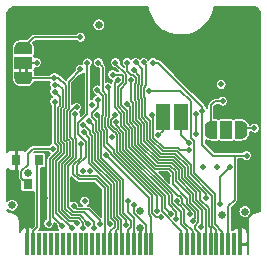
<source format=gbl>
%TF.GenerationSoftware,KiCad,Pcbnew,(5.1.8)-1*%
%TF.CreationDate,2020-12-18T16:25:39+01:00*%
%TF.ProjectId,TeensyMM,5465656e-7379-44d4-9d2e-6b696361645f,rev?*%
%TF.SameCoordinates,Original*%
%TF.FileFunction,Copper,L4,Bot*%
%TF.FilePolarity,Positive*%
%FSLAX46Y46*%
G04 Gerber Fmt 4.6, Leading zero omitted, Abs format (unit mm)*
G04 Created by KiCad (PCBNEW (5.1.8)-1) date 2020-12-18 16:25:39*
%MOMM*%
%LPD*%
G01*
G04 APERTURE LIST*
%TA.AperFunction,EtchedComponent*%
%ADD10C,0.100000*%
%TD*%
%TA.AperFunction,SMDPad,CuDef*%
%ADD11R,1.000000X1.500000*%
%TD*%
%TA.AperFunction,SMDPad,CuDef*%
%ADD12C,0.100000*%
%TD*%
%TA.AperFunction,SMDPad,CuDef*%
%ADD13R,1.150000X2.200000*%
%TD*%
%TA.AperFunction,SMDPad,CuDef*%
%ADD14R,0.800000X0.900000*%
%TD*%
%TA.AperFunction,SMDPad,CuDef*%
%ADD15R,1.500000X1.000000*%
%TD*%
%TA.AperFunction,SMDPad,CuDef*%
%ADD16R,0.350000X1.950000*%
%TD*%
%TA.AperFunction,ViaPad*%
%ADD17C,0.469900*%
%TD*%
%TA.AperFunction,ViaPad*%
%ADD18C,0.635000*%
%TD*%
%TA.AperFunction,Conductor*%
%ADD19C,0.279400*%
%TD*%
%TA.AperFunction,Conductor*%
%ADD20C,0.127000*%
%TD*%
%TA.AperFunction,Conductor*%
%ADD21C,0.152400*%
%TD*%
%TA.AperFunction,Conductor*%
%ADD22C,0.100000*%
%TD*%
G04 APERTURE END LIST*
D10*
%TO.C,JP2*%
G36*
X122605800Y-59567600D02*
G01*
X122605800Y-59114400D01*
X122402600Y-59110400D01*
X122402600Y-59567600D01*
X122605800Y-59567600D01*
G37*
G36*
X123164600Y-59567600D02*
G01*
X123164600Y-59114400D01*
X122961400Y-59110400D01*
X122961400Y-59567600D01*
X123164600Y-59567600D01*
G37*
%TD*%
D11*
%TO.P,JP1,2*%
%TO.N,GND*%
X139979400Y-64363600D03*
%TA.AperFunction,SMDPad,CuDef*%
D12*
%TO.P,JP1,3*%
%TO.N,/PTA3*%
G36*
X138679400Y-65112998D02*
G01*
X138654866Y-65112998D01*
X138606035Y-65108188D01*
X138557910Y-65098616D01*
X138510955Y-65084372D01*
X138465622Y-65065595D01*
X138422349Y-65042464D01*
X138381550Y-65015204D01*
X138343621Y-64984076D01*
X138308924Y-64949379D01*
X138277796Y-64911450D01*
X138250536Y-64870651D01*
X138227405Y-64827378D01*
X138208628Y-64782045D01*
X138194384Y-64735090D01*
X138184812Y-64686965D01*
X138180002Y-64638134D01*
X138180002Y-64613600D01*
X138179400Y-64613600D01*
X138179400Y-64113600D01*
X138180002Y-64113600D01*
X138180002Y-64089066D01*
X138184812Y-64040235D01*
X138194384Y-63992110D01*
X138208628Y-63945155D01*
X138227405Y-63899822D01*
X138250536Y-63856549D01*
X138277796Y-63815750D01*
X138308924Y-63777821D01*
X138343621Y-63743124D01*
X138381550Y-63711996D01*
X138422349Y-63684736D01*
X138465622Y-63661605D01*
X138510955Y-63642828D01*
X138557910Y-63628584D01*
X138606035Y-63619012D01*
X138654866Y-63614202D01*
X138679400Y-63614202D01*
X138679400Y-63613600D01*
X139229400Y-63613600D01*
X139229400Y-65113600D01*
X138679400Y-65113600D01*
X138679400Y-65112998D01*
G37*
%TD.AperFunction*%
%TA.AperFunction,SMDPad,CuDef*%
%TO.P,JP1,1*%
%TO.N,/PTA1*%
G36*
X140729400Y-63613600D02*
G01*
X141279400Y-63613600D01*
X141279400Y-63614202D01*
X141303934Y-63614202D01*
X141352765Y-63619012D01*
X141400890Y-63628584D01*
X141447845Y-63642828D01*
X141493178Y-63661605D01*
X141536451Y-63684736D01*
X141577250Y-63711996D01*
X141615179Y-63743124D01*
X141649876Y-63777821D01*
X141681004Y-63815750D01*
X141708264Y-63856549D01*
X141731395Y-63899822D01*
X141750172Y-63945155D01*
X141764416Y-63992110D01*
X141773988Y-64040235D01*
X141778798Y-64089066D01*
X141778798Y-64113600D01*
X141779400Y-64113600D01*
X141779400Y-64613600D01*
X141778798Y-64613600D01*
X141778798Y-64638134D01*
X141773988Y-64686965D01*
X141764416Y-64735090D01*
X141750172Y-64782045D01*
X141731395Y-64827378D01*
X141708264Y-64870651D01*
X141681004Y-64911450D01*
X141649876Y-64949379D01*
X141615179Y-64984076D01*
X141577250Y-65015204D01*
X141536451Y-65042464D01*
X141493178Y-65065595D01*
X141447845Y-65084372D01*
X141400890Y-65098616D01*
X141352765Y-65108188D01*
X141303934Y-65112998D01*
X141279400Y-65112998D01*
X141279400Y-65113600D01*
X140729400Y-65113600D01*
X140729400Y-63613600D01*
G37*
%TD.AperFunction*%
%TD*%
D13*
%TO.P,Y2,2*%
%TO.N,Net-(U1-Pad20)*%
X136182400Y-63271400D03*
%TO.P,Y2,1*%
%TO.N,Net-(U1-Pad19)*%
X134632400Y-63271400D03*
%TD*%
D14*
%TO.P,D2,3*%
%TO.N,Net-(D2-Pad3)*%
X123164600Y-68935600D03*
%TO.P,D2,2*%
%TO.N,RTC3V*%
X124114600Y-66935600D03*
%TO.P,D2,1*%
%TO.N,+3V3*%
X122214600Y-66935600D03*
%TD*%
%TA.AperFunction,SMDPad,CuDef*%
D12*
%TO.P,JP2,1*%
%TO.N,D13-SCK*%
G36*
X123559000Y-59454000D02*
G01*
X123559000Y-60004000D01*
X123558398Y-60004000D01*
X123558398Y-60028534D01*
X123553588Y-60077365D01*
X123544016Y-60125490D01*
X123529772Y-60172445D01*
X123510995Y-60217778D01*
X123487864Y-60261051D01*
X123460604Y-60301850D01*
X123429476Y-60339779D01*
X123394779Y-60374476D01*
X123356850Y-60405604D01*
X123316051Y-60432864D01*
X123272778Y-60455995D01*
X123227445Y-60474772D01*
X123180490Y-60489016D01*
X123132365Y-60498588D01*
X123083534Y-60503398D01*
X123059000Y-60503398D01*
X123059000Y-60504000D01*
X122559000Y-60504000D01*
X122559000Y-60503398D01*
X122534466Y-60503398D01*
X122485635Y-60498588D01*
X122437510Y-60489016D01*
X122390555Y-60474772D01*
X122345222Y-60455995D01*
X122301949Y-60432864D01*
X122261150Y-60405604D01*
X122223221Y-60374476D01*
X122188524Y-60339779D01*
X122157396Y-60301850D01*
X122130136Y-60261051D01*
X122107005Y-60217778D01*
X122088228Y-60172445D01*
X122073984Y-60125490D01*
X122064412Y-60077365D01*
X122059602Y-60028534D01*
X122059602Y-60004000D01*
X122059000Y-60004000D01*
X122059000Y-59454000D01*
X123559000Y-59454000D01*
G37*
%TD.AperFunction*%
D15*
%TO.P,JP2,2*%
%TO.N,Net-(D1-Pad2)*%
X122809000Y-58704000D03*
%TA.AperFunction,SMDPad,CuDef*%
D12*
%TO.P,JP2,3*%
%TO.N,D23*%
G36*
X122059602Y-57404000D02*
G01*
X122059602Y-57379466D01*
X122064412Y-57330635D01*
X122073984Y-57282510D01*
X122088228Y-57235555D01*
X122107005Y-57190222D01*
X122130136Y-57146949D01*
X122157396Y-57106150D01*
X122188524Y-57068221D01*
X122223221Y-57033524D01*
X122261150Y-57002396D01*
X122301949Y-56975136D01*
X122345222Y-56952005D01*
X122390555Y-56933228D01*
X122437510Y-56918984D01*
X122485635Y-56909412D01*
X122534466Y-56904602D01*
X122559000Y-56904602D01*
X122559000Y-56904000D01*
X123059000Y-56904000D01*
X123059000Y-56904602D01*
X123083534Y-56904602D01*
X123132365Y-56909412D01*
X123180490Y-56918984D01*
X123227445Y-56933228D01*
X123272778Y-56952005D01*
X123316051Y-56975136D01*
X123356850Y-57002396D01*
X123394779Y-57033524D01*
X123429476Y-57068221D01*
X123460604Y-57106150D01*
X123487864Y-57146949D01*
X123510995Y-57190222D01*
X123529772Y-57235555D01*
X123544016Y-57282510D01*
X123553588Y-57330635D01*
X123558398Y-57379466D01*
X123558398Y-57404000D01*
X123559000Y-57404000D01*
X123559000Y-57954000D01*
X122059000Y-57954000D01*
X122059000Y-57404000D01*
X122059602Y-57404000D01*
G37*
%TD.AperFunction*%
%TD*%
D16*
%TO.P,J1,74*%
%TO.N,+3V3*%
X123155100Y-74040000D03*
%TO.P,J1,72*%
%TO.N,RTC3V*%
X123655100Y-74040000D03*
%TO.P,J1,70*%
%TO.N,N/C*%
X124155100Y-74040000D03*
%TO.P,J1,68*%
X124655100Y-74040000D03*
%TO.P,J1,66*%
X125155100Y-74040000D03*
%TO.P,J1,64*%
X125655100Y-74040000D03*
%TO.P,J1,62*%
X126155100Y-74040000D03*
%TO.P,J1,60*%
X126655100Y-74040000D03*
%TO.P,J1,58*%
X127155100Y-74040000D03*
%TO.P,J1,56*%
X127655100Y-74040000D03*
%TO.P,J1,54*%
X128155100Y-74040000D03*
%TO.P,J1,52*%
X128655100Y-74040000D03*
%TO.P,J1,50*%
X129155100Y-74040000D03*
%TO.P,J1,48*%
%TO.N,D06-PTD4*%
X129655100Y-74040000D03*
%TO.P,J1,46*%
%TO.N,D08-PTD3*%
X130155100Y-74040000D03*
%TO.P,J1,44*%
%TO.N,D07-PTD2*%
X130655100Y-74040000D03*
%TO.P,J1,42*%
%TO.N,D14-PTD1*%
X131155100Y-74040000D03*
%TO.P,J1,40*%
%TO.N,D02-PTD0*%
X131655100Y-74040000D03*
%TO.P,J1,38*%
%TO.N,ADC1_P*%
X132155100Y-74040000D03*
%TO.P,J1,36*%
%TO.N,GND*%
X132655100Y-74040000D03*
%TO.P,J1,34*%
%TO.N,ADC1_N*%
X133155100Y-74040000D03*
%TO.P,J1,32*%
%TO.N,DAC*%
X133655100Y-74040000D03*
%TO.P,J1,22*%
%TO.N,D10-TX2*%
X136155100Y-74040000D03*
%TO.P,J1,20*%
%TO.N,D09-RX2*%
X136655100Y-74040000D03*
%TO.P,J1,18*%
%TO.N,D17_A3*%
X137155100Y-74040000D03*
%TO.P,J1,16*%
%TO.N,D24-I2C-INT*%
X137655100Y-74040000D03*
%TO.P,J1,14*%
%TO.N,D19-SCL0*%
X138155100Y-74040000D03*
%TO.P,J1,12*%
%TO.N,D18-SDA0*%
X138655100Y-74040000D03*
%TO.P,J1,10*%
%TO.N,D16_A2*%
X139155100Y-74040000D03*
%TO.P,J1,8*%
%TO.N,D28_A17*%
X139655100Y-74040000D03*
%TO.P,J1,6*%
%TO.N,RESET*%
X140155100Y-74040000D03*
%TO.P,J1,4*%
%TO.N,N/C*%
X140655100Y-74040000D03*
%TO.P,J1,2*%
%TO.N,+3V3*%
X141155100Y-74040000D03*
%TD*%
D17*
%TO.N,GND*%
X128651000Y-62230000D03*
D18*
X129209800Y-55473600D03*
X139877800Y-64427100D03*
X141554200Y-71272400D03*
X132664190Y-72694800D03*
X123190000Y-68041098D03*
X121869200Y-70739000D03*
X139647090Y-71577200D03*
D17*
X128003300Y-70396092D03*
X130352800Y-64998600D03*
X139546500Y-60515500D03*
D18*
X132714283Y-71247717D03*
D17*
%TO.N,+3V3*%
X127393700Y-60947300D03*
D18*
X141401800Y-62763400D03*
X126161800Y-54559200D03*
D17*
X125450600Y-58674000D03*
D18*
X124548900Y-70091300D03*
X123469390Y-72186800D03*
X134956506Y-68224400D03*
X141655800Y-69277200D03*
X141528800Y-70256400D03*
X127088977Y-70060765D03*
X128993894Y-70142122D03*
X137821500Y-60515472D03*
D17*
%TO.N,USB-D-*%
X137998200Y-67515896D03*
X128447800Y-67856100D03*
%TO.N,USB-D+*%
X139217400Y-67527166D03*
X127819110Y-67862418D03*
%TO.N,BOOT*%
X140265140Y-67527200D03*
X139477771Y-70637396D03*
%TO.N,RESET*%
X133781798Y-58674000D03*
X137972800Y-62738000D03*
X141706600Y-66547996D03*
%TO.N,SWD_CLK*%
X130644801Y-63728281D03*
X135768284Y-71905559D03*
%TO.N,SWD_DIO*%
X137439400Y-63017400D03*
X137433060Y-64708097D03*
X130586352Y-63134237D03*
X135342824Y-71483522D03*
%TO.N,/PTB1*%
X136804402Y-66040000D03*
X133675056Y-63138021D03*
%TO.N,D06-PTD4*%
X127679562Y-65570100D03*
%TO.N,D08-PTD3*%
X127917846Y-64577124D03*
%TO.N,D07-PTD2*%
X127895155Y-63980644D03*
%TO.N,D14-PTD1*%
X128388808Y-63645069D03*
%TO.N,D02-PTD0*%
X129047064Y-63083329D03*
%TO.N,Net-(D1-Pad2)*%
X123926600Y-58674000D03*
%TO.N,DAC*%
X129808110Y-66524652D03*
%TO.N,D32-CTS1*%
X130377905Y-59690287D03*
X136919094Y-71495274D03*
%TO.N,D25-RTS1*%
X129159002Y-58674000D03*
X134092940Y-71197611D03*
%TO.N,ADC1_P*%
X131643926Y-70414800D03*
%TO.N,ADC1_N*%
X132148009Y-70734493D03*
%TO.N,D13-SCK*%
X125425617Y-59931811D03*
X127339300Y-72284142D03*
%TO.N,/PTA3*%
X139674600Y-61925200D03*
%TO.N,/PTA1*%
X142367000Y-64211200D03*
%TO.N,D01-TX1*%
X131904630Y-60167152D03*
X137808847Y-72606859D03*
%TO.N,D00-RX1*%
X130611191Y-58666684D03*
X137141957Y-72049021D03*
%TO.N,D10-TX2*%
X129937010Y-60724189D03*
%TO.N,D09-RX2*%
X130797499Y-60151191D03*
%TO.N,D12-MISO*%
X125450589Y-61125111D03*
X126084571Y-72491044D03*
%TO.N,D11-MOSI*%
X126918286Y-72708366D03*
X125450600Y-60528200D03*
%TO.N,D15-CS*%
X127635000Y-59217489D03*
X127886027Y-72705838D03*
%TO.N,D17_A3*%
X132308600Y-58645444D03*
X135836644Y-70386756D03*
X138248452Y-70162609D03*
%TO.N,D19-SCL0*%
X131591060Y-58674000D03*
%TO.N,D18-SDA0*%
X132142382Y-59317563D03*
%TO.N,D16_A2*%
X132990595Y-58647699D03*
%TO.N,D22-A8*%
X128229206Y-58679972D03*
X130117787Y-72339194D03*
%TO.N,D27_A16*%
X125450600Y-61976022D03*
X124942679Y-72288400D03*
%TO.N,D28_A17*%
X133419893Y-61030325D03*
%TO.N,D03-CAN-TX*%
X129108200Y-61829983D03*
X131476721Y-72411038D03*
%TO.N,D04-CAN-TX*%
X129086099Y-60971206D03*
X134425227Y-71769310D03*
%TO.N,D29-SCL1*%
X128320374Y-72296391D03*
X127312834Y-62456075D03*
%TO.N,D30-SDA1*%
X128799040Y-72703050D03*
X127209544Y-63043982D03*
%TO.N,D24-I2C-INT*%
X131567093Y-62178571D03*
%TO.N,D26_A15-BAT_VIN3*%
X129266875Y-72332329D03*
X127095821Y-70809421D03*
%TO.N,D23*%
X127635000Y-56515000D03*
%TO.N,Net-(U1-Pad20)*%
X136799840Y-65443106D03*
%TO.N,Net-(U1-Pad19)*%
X134251842Y-64812751D03*
%TO.N,Net-(D2-Pad3)*%
X125304584Y-65936358D03*
%TD*%
D19*
%TO.N,GND*%
X139979400Y-64312800D02*
X139979400Y-64414400D01*
X139928600Y-64465200D02*
X139928600Y-64465201D01*
X139979400Y-64414400D02*
X139928600Y-64465200D01*
X132655100Y-72703890D02*
X132664190Y-72694800D01*
X132655100Y-74040000D02*
X132655100Y-72703890D01*
%TO.N,+3V3*%
X123155100Y-74040000D02*
X123154100Y-74041000D01*
X123155100Y-72501090D02*
X123469390Y-72186800D01*
X123155100Y-74040000D02*
X123155100Y-72501090D01*
X141155100Y-74040000D02*
X141155100Y-72785600D01*
X140855701Y-70929499D02*
X141528800Y-70256400D01*
X141155100Y-72785600D02*
X140855701Y-72486201D01*
X140855701Y-72486201D02*
X140855701Y-70929499D01*
D20*
%TO.N,BOOT*%
X140265140Y-67527200D02*
X139477771Y-68314569D01*
X139477771Y-68314569D02*
X139477771Y-70637396D01*
%TO.N,RESET*%
X139776204Y-66547996D02*
X141706600Y-66547996D01*
X138892895Y-66547996D02*
X139776204Y-66547996D01*
X137972800Y-65627901D02*
X138892895Y-66547996D01*
X137972800Y-62738000D02*
X137972800Y-65627901D01*
X140690600Y-66547996D02*
X139776204Y-66547996D01*
X140155100Y-70827456D02*
X140690600Y-70291956D01*
X140690600Y-70291956D02*
X140690600Y-66547996D01*
X140155100Y-74040000D02*
X140155100Y-70827456D01*
X137972800Y-62405731D02*
X137972800Y-62738000D01*
X133781798Y-58674000D02*
X134241069Y-58674000D01*
X134241069Y-58674000D02*
X137972800Y-62405731D01*
%TO.N,SWD_CLK*%
X135115898Y-70626926D02*
X135768284Y-71279312D01*
X135115898Y-69889935D02*
X135115898Y-70626926D01*
X131286273Y-66060310D02*
X135115898Y-69889935D01*
X131286273Y-64583955D02*
X131286273Y-66060310D01*
X130644801Y-63942483D02*
X131286273Y-64583955D01*
X130644801Y-63728281D02*
X130644801Y-63942483D01*
X135768284Y-71279312D02*
X135768284Y-71905559D01*
%TO.N,SWD_DIO*%
X137439400Y-64701757D02*
X137433060Y-64708097D01*
X137439400Y-63017400D02*
X137439400Y-64701757D01*
X134823189Y-70963887D02*
X135342824Y-71483522D01*
X134823189Y-69956451D02*
X134823189Y-70963887D01*
X130562237Y-64275385D02*
X130618478Y-64275385D01*
X131032262Y-66165524D02*
X134823189Y-69956451D01*
X131032262Y-64689169D02*
X131032262Y-66165524D01*
X130618478Y-64275385D02*
X131032262Y-64689169D01*
X130219350Y-63932498D02*
X130562237Y-64275385D01*
X130219350Y-63524064D02*
X130219350Y-63932498D01*
X130586352Y-63157062D02*
X130219350Y-63524064D01*
X130586352Y-63134237D02*
X130586352Y-63157062D01*
%TO.N,/PTB1*%
X133826383Y-65008170D02*
X133826383Y-63289348D01*
X134705813Y-65887600D02*
X133826383Y-65008170D01*
X135886123Y-65887600D02*
X134705813Y-65887600D01*
X133826383Y-63289348D02*
X133675056Y-63138021D01*
X136038523Y-66040000D02*
X135886123Y-65887600D01*
X136804402Y-66040000D02*
X136038523Y-66040000D01*
%TO.N,D06-PTD4*%
X128943079Y-68541879D02*
X127509678Y-68541879D01*
X127050789Y-68082990D02*
X127050789Y-67334389D01*
X129692335Y-69291135D02*
X128943079Y-68541879D01*
X129692335Y-74002765D02*
X129692335Y-69291135D01*
X127050789Y-67334389D02*
X127679562Y-66705616D01*
X129655100Y-74040000D02*
X129692335Y-74002765D01*
X127509678Y-68541879D02*
X127050789Y-68082990D01*
X127679562Y-66705616D02*
X127679562Y-65570100D01*
%TO.N,D08-PTD3*%
X130543247Y-72543429D02*
X130543247Y-72159521D01*
X130155100Y-74040000D02*
X130155100Y-72931576D01*
X130543247Y-72159521D02*
X130202431Y-71818705D01*
X128366614Y-67157946D02*
X128366614Y-65025892D01*
X130202431Y-68993763D02*
X128366614Y-67157946D01*
X128366614Y-65025892D02*
X127917846Y-64577124D01*
X130155100Y-72931576D02*
X130543247Y-72543429D01*
X130202431Y-71818705D02*
X130202431Y-68993763D01*
%TO.N,D07-PTD2*%
X128620625Y-67044512D02*
X128620625Y-64848348D01*
X130456442Y-68880329D02*
X128620625Y-67044512D01*
X130456442Y-71713491D02*
X130456442Y-68880329D01*
X130797258Y-72720470D02*
X130797258Y-72054307D01*
X130797258Y-72054307D02*
X130456442Y-71713491D01*
X130655100Y-72862628D02*
X130797258Y-72720470D01*
X128620625Y-64848348D02*
X128441273Y-64668996D01*
X130655100Y-74040000D02*
X130655100Y-72862628D01*
X127951036Y-63980644D02*
X127895155Y-63980644D01*
X128441273Y-64470881D02*
X127951036Y-63980644D01*
X128441273Y-64668996D02*
X128441273Y-64470881D01*
%TO.N,D14-PTD1*%
X131051269Y-73936169D02*
X131051269Y-71949093D01*
X130710453Y-68775115D02*
X128874636Y-66939298D01*
X128695284Y-63951545D02*
X128388808Y-63645069D01*
X130710453Y-71608277D02*
X130710453Y-68775115D01*
X128874636Y-64743133D02*
X128695284Y-64563782D01*
X131155100Y-74040000D02*
X131051269Y-73936169D01*
X128695284Y-64563782D02*
X128695284Y-63951545D01*
X131051269Y-71949093D02*
X130710453Y-71608277D01*
X128874636Y-66939298D02*
X128874636Y-64743133D01*
%TO.N,D02-PTD0*%
X129382658Y-66728870D02*
X129382658Y-64532705D01*
X131655100Y-72862354D02*
X131902177Y-72615277D01*
X131218475Y-71388775D02*
X131218475Y-68564687D01*
X129203306Y-63239571D02*
X129047064Y-63083329D01*
X131655100Y-74040000D02*
X131655100Y-72862354D01*
X131218475Y-68564687D02*
X129382658Y-66728870D01*
X131902177Y-72615277D02*
X131902177Y-72072477D01*
X131902177Y-72072477D02*
X131218475Y-71388775D01*
X129382658Y-64532705D02*
X129203306Y-64353354D01*
X129203306Y-64353354D02*
X129203306Y-63239571D01*
%TO.N,Net-(D1-Pad2)*%
X122809000Y-58704000D02*
X123795000Y-58704000D01*
X123795000Y-58704000D02*
X123825000Y-58674000D01*
%TO.N,DAC*%
X133413477Y-71507043D02*
X133413477Y-70130019D01*
X133655100Y-71748666D02*
X133413477Y-71507043D01*
X133413477Y-70130019D02*
X129808110Y-66524652D01*
X133655100Y-74040000D02*
X133655100Y-71748666D01*
%TO.N,D32-CTS1*%
X136919094Y-71231070D02*
X136919094Y-71495274D01*
X131153446Y-59690287D02*
X131225159Y-59762000D01*
X130377905Y-59690287D02*
X131153446Y-59690287D01*
X131225159Y-60325224D02*
X130784644Y-60765739D01*
X131324270Y-62896666D02*
X131324270Y-63903502D01*
X131225159Y-59762000D02*
X131225159Y-60325224D01*
X131794295Y-64373527D02*
X131794295Y-65849882D01*
X136262096Y-70574072D02*
X136919094Y-71231070D01*
X135905717Y-69961304D02*
X136040862Y-69961304D01*
X131324270Y-63903502D02*
X131794295Y-64373527D01*
X136040862Y-69961304D02*
X136262096Y-70182538D01*
X131794295Y-65849882D02*
X135905717Y-69961304D01*
X130784644Y-60765739D02*
X130784644Y-62357040D01*
X136262096Y-70182538D02*
X136262096Y-70574072D01*
X130784644Y-62357040D02*
X131324270Y-62896666D01*
%TO.N,D25-RTS1*%
X130478016Y-66329728D02*
X134092940Y-69944652D01*
X129908344Y-65506644D02*
X130478016Y-66076316D01*
X134092940Y-69944652D02*
X134092940Y-71197611D01*
X129908344Y-64339941D02*
X129908344Y-65506644D01*
X129711328Y-63313636D02*
X129711328Y-64142926D01*
X129838327Y-61364209D02*
X129838327Y-63186637D01*
X130478016Y-66076316D02*
X130478016Y-66329728D01*
X129711328Y-64142926D02*
X129908344Y-64339941D01*
X129511550Y-61037432D02*
X129838327Y-61364209D01*
X129511550Y-59026548D02*
X129511550Y-61037432D01*
X129159002Y-58674000D02*
X129511550Y-59026548D01*
X129838327Y-63186637D02*
X129711328Y-63313636D01*
%TO.N,ADC1_P*%
X132155100Y-74040000D02*
X132156188Y-74038912D01*
X132156188Y-71843482D02*
X131643926Y-71331220D01*
X132156188Y-74038912D02*
X132156188Y-71843482D01*
X131643926Y-71331220D02*
X131643926Y-70414800D01*
%TO.N,ADC1_N*%
X132148009Y-71399878D02*
X132148009Y-70734493D01*
X133184900Y-72436769D02*
X132148009Y-71399878D01*
X133184900Y-74010200D02*
X133184900Y-72436769D01*
X133155100Y-74040000D02*
X133184900Y-74010200D01*
%TO.N,D13-SCK*%
X122809000Y-60004000D02*
X125353428Y-60004000D01*
X125353428Y-60004000D02*
X125425617Y-59931811D01*
X126492069Y-65416499D02*
X126492069Y-66456209D01*
X126385725Y-62519681D02*
X126276070Y-62629336D01*
X125425617Y-59931811D02*
X125757886Y-59931811D01*
X125757886Y-59931811D02*
X126385725Y-60559650D01*
X126276070Y-62629336D02*
X126276070Y-65200500D01*
X126276070Y-65200500D02*
X126492069Y-65416499D01*
X126492069Y-66456209D02*
X125818934Y-67129344D01*
X126693054Y-72110633D02*
X127165791Y-72110633D01*
X125818934Y-67129344D02*
X125818934Y-71236513D01*
X125818934Y-71236513D02*
X126693054Y-72110633D01*
X126385725Y-60559650D02*
X126385725Y-62519681D01*
X127165791Y-72110633D02*
X127339300Y-72284142D01*
%TO.N,/PTA3*%
X138679400Y-64312800D02*
X138679400Y-62285400D01*
X139039600Y-61925200D02*
X139674600Y-61925200D01*
X138679400Y-62285400D02*
X139039600Y-61925200D01*
%TO.N,/PTA1*%
X141279400Y-64312800D02*
X141401800Y-64312800D01*
X141401800Y-64312800D02*
X141503400Y-64211200D01*
X141503400Y-64211200D02*
X142367000Y-64211200D01*
%TO.N,D01-TX1*%
X131904630Y-61886460D02*
X132086303Y-62068133D01*
X137185378Y-69762878D02*
X137185378Y-70419678D01*
X135972529Y-67770131D02*
X135972529Y-68550029D01*
X132086303Y-62068133D02*
X132086303Y-63587861D01*
X137909267Y-72506439D02*
X137808847Y-72606859D01*
X132556328Y-64057885D02*
X132556328Y-65534240D01*
X132086303Y-63587861D02*
X132556328Y-64057885D01*
X135360009Y-67157611D02*
X135972529Y-67770131D01*
X137909267Y-71143567D02*
X137909267Y-72506439D01*
X134179699Y-67157611D02*
X135360009Y-67157611D01*
X132556328Y-65534240D02*
X134179699Y-67157611D01*
X131904630Y-60167152D02*
X131904630Y-61886460D01*
X135972529Y-68550029D02*
X137185378Y-69762878D01*
X137185378Y-70419678D02*
X137909267Y-71143567D01*
%TO.N,D00-RX1*%
X131479170Y-59656786D02*
X131479170Y-60430438D01*
X130611191Y-58788807D02*
X131479170Y-59656786D01*
X131479170Y-60430438D02*
X131038655Y-60870953D01*
X133969271Y-67665633D02*
X135149581Y-67665633D01*
X136677356Y-70186145D02*
X136677356Y-70630106D01*
X130611191Y-58666684D02*
X130611191Y-58788807D01*
X135464507Y-68973296D02*
X136677356Y-70186145D01*
X137376906Y-71814072D02*
X137141957Y-72049021D01*
X135149581Y-67665633D02*
X135464507Y-67980559D01*
X131038655Y-62251826D02*
X131578281Y-62791452D01*
X131578281Y-63798289D02*
X132048306Y-64268313D01*
X136677356Y-70630106D02*
X137376906Y-71329656D01*
X131578281Y-62791452D02*
X131578281Y-63798289D01*
X135464507Y-67980559D02*
X135464507Y-68973296D01*
X132048306Y-64268313D02*
X132048306Y-65744668D01*
X132048306Y-65744668D02*
X133969271Y-67665633D01*
X131038655Y-60870953D02*
X131038655Y-62251826D01*
X137376906Y-71329656D02*
X137376906Y-71814072D01*
%TO.N,D10-TX2*%
X130092338Y-60879517D02*
X129937010Y-60724189D01*
X130092338Y-63291851D02*
X130092338Y-60879517D01*
X129965339Y-63418850D02*
X130092338Y-63291851D01*
X129965339Y-64037712D02*
X129965339Y-63418850D01*
X130500776Y-64573149D02*
X129965339Y-64037712D01*
X130557017Y-64573149D02*
X130500776Y-64573149D01*
X130778251Y-64794383D02*
X130557017Y-64573149D01*
X134522638Y-70015125D02*
X130778251Y-66270738D01*
X136155100Y-72897490D02*
X134522638Y-71265028D01*
X130778251Y-66270738D02*
X130778251Y-64794383D01*
X134522638Y-71265028D02*
X134522638Y-70015125D01*
X136155100Y-74040000D02*
X136155100Y-72897490D01*
%TO.N,D09-RX2*%
X131070259Y-63001902D02*
X130530633Y-62462276D01*
X135369909Y-70521713D02*
X135369909Y-69784721D01*
X136193735Y-72335860D02*
X136193735Y-71345538D01*
X130530633Y-60418057D02*
X130797499Y-60151191D01*
X130530633Y-62462276D02*
X130530633Y-60418057D01*
X131070259Y-64008716D02*
X131070259Y-63001902D01*
X131540284Y-64478741D02*
X131070259Y-64008716D01*
X131540284Y-65955096D02*
X131540284Y-64478741D01*
X135369909Y-69784721D02*
X131540284Y-65955096D01*
X136193735Y-71345538D02*
X135369909Y-70521713D01*
X136655100Y-72797225D02*
X136193735Y-72335860D01*
X136655100Y-74040000D02*
X136655100Y-72797225D01*
%TO.N,D12-MISO*%
X125310912Y-71717385D02*
X126084571Y-72491044D01*
X125984047Y-66245781D02*
X125310912Y-66918916D01*
X125984047Y-65626927D02*
X125984047Y-66245781D01*
X125768048Y-65410928D02*
X125984047Y-65626927D01*
X125310912Y-66918916D02*
X125310912Y-71717385D01*
X125768048Y-62418908D02*
X125768048Y-65410928D01*
X125877703Y-62309253D02*
X125768048Y-62418908D01*
X125877703Y-61552225D02*
X125877703Y-62309253D01*
X125450589Y-61125111D02*
X125877703Y-61552225D01*
%TO.N,D11-MOSI*%
X126918286Y-72708366D02*
X125564923Y-71355003D01*
X125564923Y-71355003D02*
X125564923Y-67024130D01*
X125564923Y-67024130D02*
X126238058Y-66350996D01*
X126238058Y-66350996D02*
X126238058Y-65521712D01*
X126131714Y-62414467D02*
X126131714Y-60877045D01*
X126022059Y-65305713D02*
X126022059Y-62524122D01*
X126131714Y-60877045D02*
X125782869Y-60528200D01*
X126022059Y-62524122D02*
X126131714Y-62414467D01*
X126238058Y-65521712D02*
X126022059Y-65305713D01*
X125782869Y-60528200D02*
X125450600Y-60528200D01*
%TO.N,D15-CS*%
X126746080Y-65311284D02*
X126746080Y-66561431D01*
X127513474Y-71856622D02*
X127886027Y-72229175D01*
X126072945Y-71131299D02*
X126798268Y-71856622D01*
X126798268Y-71856622D02*
X127513474Y-71856622D01*
X126072945Y-67234565D02*
X126072945Y-71131299D01*
X126746080Y-66561431D02*
X126072945Y-67234565D01*
X126530081Y-65095285D02*
X126746080Y-65311284D01*
X126530081Y-62734550D02*
X126530081Y-65095285D01*
X126639736Y-62624895D02*
X126530081Y-62734550D01*
X126639736Y-60268649D02*
X126639736Y-62624895D01*
X127690896Y-59217489D02*
X126639736Y-60268649D01*
X127886027Y-72229175D02*
X127886027Y-72705838D01*
%TO.N,D17_A3*%
X137155100Y-72938000D02*
X136447746Y-72230646D01*
X136447746Y-72230646D02*
X136447746Y-71118946D01*
X136447746Y-71118946D02*
X136042400Y-70713600D01*
X137155100Y-74040000D02*
X137155100Y-72938000D01*
X136017000Y-70688200D02*
X135836644Y-70507844D01*
X135836644Y-70507844D02*
X135836644Y-70386756D01*
X132867378Y-59204222D02*
X132867378Y-60552524D01*
X136734562Y-68234387D02*
X138248452Y-69748277D01*
X132867378Y-60552524D02*
X132740422Y-60679480D01*
X133318361Y-65218598D02*
X134495363Y-66395600D01*
X135675673Y-66395600D02*
X136734562Y-67454489D01*
X132308600Y-58645444D02*
X132867378Y-59204222D01*
X134495363Y-66395600D02*
X135675673Y-66395600D01*
X132848336Y-63272218D02*
X133318361Y-63742243D01*
X136734562Y-67454489D02*
X136734562Y-68234387D01*
X132848336Y-61752491D02*
X132848336Y-63272218D01*
X132740422Y-60679480D02*
X132740422Y-61644577D01*
X138248452Y-69748277D02*
X138248452Y-70162609D01*
X133318361Y-63742243D02*
X133318361Y-65218598D01*
X132740422Y-61644577D02*
X132848336Y-61752491D01*
%TO.N,D19-SCL0*%
X132340314Y-63482646D02*
X132340314Y-61962919D01*
X138155100Y-74040000D02*
X138241468Y-73953632D01*
X134284913Y-66903600D02*
X132810339Y-65429026D01*
X137439389Y-70314464D02*
X137439389Y-69657664D01*
X132232400Y-60469052D02*
X132330082Y-60371370D01*
X138241468Y-72583381D02*
X138233115Y-72575028D01*
X138233115Y-72575028D02*
X138233115Y-71108190D01*
X135465223Y-66903600D02*
X134284913Y-66903600D01*
X138233115Y-71108190D02*
X137439389Y-70314464D01*
X137439389Y-69657664D02*
X136226540Y-68444815D01*
X136226540Y-67664917D02*
X135465223Y-66903600D01*
X132340314Y-61962919D02*
X132232400Y-61855005D01*
X132108848Y-59741700D02*
X131925834Y-59741700D01*
X132810339Y-65429026D02*
X132810339Y-63952671D01*
X131591060Y-59406926D02*
X131591060Y-58674000D01*
X132330082Y-60371370D02*
X132330082Y-59962934D01*
X132232400Y-61855005D02*
X132232400Y-60469052D01*
X132810339Y-63952671D02*
X132340314Y-63482646D01*
X138241468Y-73953632D02*
X138241468Y-72583381D01*
X136226540Y-68444815D02*
X136226540Y-67664917D01*
X131925834Y-59741700D02*
X131591060Y-59406926D01*
X132330082Y-59962934D02*
X132108848Y-59741700D01*
%TO.N,D18-SDA0*%
X132584093Y-59759274D02*
X132142382Y-59317563D01*
X137769600Y-70180200D02*
X137769600Y-69628649D01*
X134390138Y-66649600D02*
X133064350Y-65323812D01*
X136480551Y-68339601D02*
X136480551Y-67559703D01*
X137769600Y-69628649D02*
X136480551Y-68339601D01*
X132486411Y-61749791D02*
X132486411Y-60574266D01*
X136480551Y-67559703D02*
X135570448Y-66649600D01*
X135570448Y-66649600D02*
X134390138Y-66649600D01*
X133064350Y-65323812D02*
X133064350Y-63847457D01*
X132594325Y-63377432D02*
X132594325Y-61857705D01*
X132486411Y-60574266D02*
X132584093Y-60476584D01*
X132584093Y-60476584D02*
X132584093Y-59759274D01*
X133064350Y-63847457D02*
X132594325Y-63377432D01*
X132594325Y-61857705D02*
X132486411Y-61749791D01*
X137769599Y-70285449D02*
X137769599Y-70180200D01*
X138487126Y-71002976D02*
X137769599Y-70285449D01*
X138655100Y-74040000D02*
X138655100Y-72685850D01*
X138655100Y-72685850D02*
X138487126Y-72517876D01*
X138487126Y-72517876D02*
X138487126Y-71002976D01*
%TO.N,D16_A2*%
X136988573Y-68129173D02*
X136988573Y-67349275D01*
X134600588Y-66141600D02*
X133572372Y-65113384D01*
X133572372Y-63637029D02*
X133102349Y-63167006D01*
X132994433Y-60784694D02*
X133225544Y-60553583D01*
X132994433Y-61539363D02*
X132994433Y-60784694D01*
X133225544Y-60553583D02*
X133225544Y-58882648D01*
X136988573Y-67349275D02*
X135780898Y-66141600D01*
X133225544Y-58882648D02*
X132990595Y-58647699D01*
X138798300Y-72469825D02*
X138798300Y-69938900D01*
X138798300Y-69938900D02*
X136988573Y-68129173D01*
X139155100Y-72826624D02*
X138798300Y-72469825D01*
X139155100Y-74040000D02*
X139155100Y-72826624D01*
X133572372Y-65113384D02*
X133572372Y-63637029D01*
X133102349Y-63167006D02*
X133102349Y-61647279D01*
X133102349Y-61647279D02*
X132994433Y-61539363D01*
X135780898Y-66141600D02*
X134600588Y-66141600D01*
%TO.N,D22-A8*%
X127469703Y-63776426D02*
X128222260Y-63023869D01*
X129048293Y-68287868D02*
X127614892Y-68287868D01*
X127614892Y-68287868D02*
X127393659Y-68066635D01*
X129948420Y-69187995D02*
X129048293Y-68287868D01*
X127393659Y-68066635D02*
X127393659Y-67350744D01*
X130117787Y-72339194D02*
X129948420Y-72169827D01*
X127393659Y-67350744D02*
X128105012Y-66639391D01*
X128105012Y-65365982D02*
X127469703Y-64730673D01*
X128105012Y-66639391D02*
X128105012Y-65365982D01*
X127469703Y-64730673D02*
X127469703Y-63776426D01*
X128222260Y-63023869D02*
X128222260Y-58686918D01*
X128222260Y-58686918D02*
X128229206Y-58679972D01*
X129948420Y-72169827D02*
X129948420Y-69187995D01*
%TO.N,D27_A16*%
X125056901Y-72174178D02*
X124942679Y-72288400D01*
X125730036Y-65732140D02*
X125730036Y-66140553D01*
X125450600Y-65452706D02*
X125730036Y-65732140D01*
X125450600Y-61976022D02*
X125450600Y-65452706D01*
X125056901Y-66813688D02*
X125056901Y-72174178D01*
X125730036Y-66140553D02*
X125056901Y-66813688D01*
%TO.N,D28_A17*%
X139655100Y-74040000D02*
X139655100Y-73284900D01*
X136112725Y-61030325D02*
X133419893Y-61030325D01*
X137007600Y-61925200D02*
X136112725Y-61030325D01*
X139655100Y-74040000D02*
X139655100Y-72967400D01*
X139052311Y-69811911D02*
X137261600Y-68021200D01*
X139655100Y-72967400D02*
X139052311Y-72364611D01*
X139052311Y-72364611D02*
X139052311Y-69811911D01*
X137261600Y-68021200D02*
X137261600Y-65275925D01*
X137261600Y-65275925D02*
X137007600Y-65021925D01*
X137007600Y-65021925D02*
X137007600Y-61925200D01*
%TO.N,D03-CAN-TX*%
X130964464Y-68669901D02*
X130964464Y-71503063D01*
X131476721Y-72015320D02*
X131476721Y-72411038D01*
X129108200Y-62420500D02*
X128612866Y-62915834D01*
X128949295Y-64458568D02*
X129128647Y-64637920D01*
X130964464Y-71503063D02*
X131476721Y-72015320D01*
X128612866Y-63262194D02*
X128949295Y-63598623D01*
X128612866Y-62915834D02*
X128612866Y-63262194D01*
X129128647Y-64637920D02*
X129128647Y-66834084D01*
X129108200Y-61829983D02*
X129108200Y-62420500D01*
X128949295Y-63598623D02*
X128949295Y-64458568D01*
X129128647Y-66834084D02*
X130964464Y-68669901D01*
%TO.N,D04-CAN-TX*%
X129654333Y-65705929D02*
X130224005Y-66275601D01*
X133667488Y-71401829D02*
X134034969Y-71769310D01*
X129457317Y-63208422D02*
X129457317Y-64248140D01*
X134034969Y-71769310D02*
X134425227Y-71769310D01*
X129086099Y-60971206D02*
X129584316Y-61469423D01*
X130224005Y-66434942D02*
X133667488Y-69878425D01*
X129584316Y-63081423D02*
X129457317Y-63208422D01*
X129457317Y-64248140D02*
X129654333Y-64445156D01*
X129654333Y-64445156D02*
X129654333Y-65705929D01*
X129584316Y-61469423D02*
X129584316Y-63081423D01*
X130224005Y-66275601D02*
X130224005Y-66434942D01*
X133667488Y-69878425D02*
X133667488Y-71401829D01*
%TO.N,D29-SCL1*%
X127626594Y-71602611D02*
X126903482Y-71602611D01*
X127180097Y-62456075D02*
X127312834Y-62456075D01*
X126784092Y-62852080D02*
X127180097Y-62456075D01*
X126784092Y-64990071D02*
X126784092Y-62852080D01*
X127000091Y-66666645D02*
X127000091Y-65206070D01*
X126326956Y-67339779D02*
X127000091Y-66666645D01*
X126903482Y-71602611D02*
X126326956Y-71026085D01*
X128320374Y-72296391D02*
X127626594Y-71602611D01*
X127000091Y-65206070D02*
X126784092Y-64990071D01*
X126326956Y-71026085D02*
X126326956Y-67339779D01*
%TO.N,D30-SDA1*%
X126580967Y-70920871D02*
X126580967Y-67444993D01*
X127008696Y-71348600D02*
X126580967Y-70920871D01*
X127209544Y-65056298D02*
X127209544Y-63043982D01*
X127254102Y-66771858D02*
X127254102Y-65100856D01*
X127254102Y-65100856D02*
X127209544Y-65056298D01*
X127974276Y-71348600D02*
X127008696Y-71348600D01*
X128799040Y-72173364D02*
X127974276Y-71348600D01*
X128799040Y-72703050D02*
X128799040Y-72173364D01*
X126580967Y-67444993D02*
X127254102Y-66771858D01*
%TO.N,D24-I2C-INT*%
X137630917Y-71224442D02*
X136931367Y-70524892D01*
X137313085Y-72479586D02*
X137630917Y-72161754D01*
X136931367Y-69868092D02*
X135718518Y-68655243D01*
X131832292Y-62443770D02*
X131567093Y-62178571D01*
X136931367Y-70524892D02*
X136931367Y-69868092D01*
X137655100Y-74040000D02*
X137655100Y-73078776D01*
X135718518Y-68655243D02*
X135718518Y-67875345D01*
X137655100Y-73078776D02*
X137313085Y-72736761D01*
X137630917Y-72161754D02*
X137630917Y-71224442D01*
X135718518Y-67875345D02*
X135254795Y-67411622D01*
X135254795Y-67411622D02*
X134074485Y-67411622D01*
X134074485Y-67411622D02*
X132302317Y-65639454D01*
X132302317Y-65639454D02*
X132302317Y-64163100D01*
X132302317Y-64163100D02*
X131832292Y-63693075D01*
X131832292Y-63693075D02*
X131832292Y-62443770D01*
X137313085Y-72736761D02*
X137313085Y-72479586D01*
%TO.N,D26_A15-BAT_VIN3*%
X129273289Y-72240157D02*
X129273289Y-72325915D01*
X129273289Y-72325915D02*
X129266875Y-72332329D01*
X129266875Y-72332329D02*
X129266875Y-72000060D01*
X129266875Y-72000060D02*
X128342366Y-71075551D01*
X128342366Y-71075551D02*
X127361951Y-71075551D01*
X127361951Y-71075551D02*
X127095821Y-70809421D01*
%TO.N,D23*%
X123698000Y-56515000D02*
X127635000Y-56515000D01*
X122809000Y-57404000D02*
X123698000Y-56515000D01*
%TO.N,Net-(U1-Pad20)*%
X136182400Y-63271400D02*
X136182400Y-64825666D01*
X136182400Y-64825666D02*
X136799840Y-65443106D01*
%TO.N,Net-(U1-Pad19)*%
X134632400Y-64432193D02*
X134251842Y-64812751D01*
X134632400Y-63271400D02*
X134632400Y-64432193D01*
%TO.N,Net-(D2-Pad3)*%
X123164600Y-68935600D02*
X122637600Y-68408600D01*
X122637600Y-68408600D02*
X122637600Y-67841656D01*
X122637600Y-67841656D02*
X123164600Y-67314656D01*
X123164600Y-67314656D02*
X123164600Y-66370200D01*
X123164600Y-66370200D02*
X123598442Y-65936358D01*
X123598442Y-65936358D02*
X125304584Y-65936358D01*
%TO.N,RTC3V*%
X123977400Y-67362400D02*
X124099400Y-67240400D01*
X123655100Y-74040000D02*
X123655100Y-72938000D01*
X123655100Y-72938000D02*
X123977400Y-72615700D01*
X123977400Y-72615700D02*
X123977400Y-67362400D01*
%TD*%
D21*
%TO.N,+3V3*%
X133401837Y-54216127D02*
X133404710Y-54227697D01*
X133506310Y-54532497D01*
X133508561Y-54538417D01*
X133660961Y-54894017D01*
X133670040Y-54909720D01*
X133820080Y-55109773D01*
X133970459Y-55360405D01*
X133981918Y-55375082D01*
X134489918Y-55883082D01*
X134501532Y-55892602D01*
X134653932Y-55994202D01*
X134662122Y-55998955D01*
X134865322Y-56100555D01*
X134871100Y-56103150D01*
X135125100Y-56204750D01*
X135133350Y-56207515D01*
X135692150Y-56359915D01*
X135712200Y-56362600D01*
X136372600Y-56362600D01*
X136382051Y-56362012D01*
X136788451Y-56311212D01*
X136803097Y-56307890D01*
X137107897Y-56206290D01*
X137114748Y-56203632D01*
X137571948Y-56000432D01*
X137583268Y-55994202D01*
X138040468Y-55689402D01*
X138056055Y-55675590D01*
X138360855Y-55319990D01*
X138366402Y-55312668D01*
X138671202Y-54855468D01*
X138679148Y-54839956D01*
X138831548Y-54433556D01*
X138832490Y-54430897D01*
X138934090Y-54126097D01*
X138937412Y-54111451D01*
X138961004Y-53922717D01*
X142138345Y-53922717D01*
X142290802Y-53941429D01*
X142426486Y-53986032D01*
X142550915Y-54056138D01*
X142659361Y-54149078D01*
X142747692Y-54261315D01*
X142812537Y-54388564D01*
X142852270Y-54528951D01*
X142864100Y-54645417D01*
X142864101Y-71012205D01*
X142854878Y-71085132D01*
X142834907Y-71145142D01*
X142803659Y-71200131D01*
X142762325Y-71248003D01*
X142712482Y-71286934D01*
X142656025Y-71315444D01*
X142591625Y-71333415D01*
X142526681Y-71340012D01*
X142525000Y-71340351D01*
X142523288Y-71340377D01*
X142519239Y-71340865D01*
X142461369Y-71348247D01*
X142441327Y-71352826D01*
X142421040Y-71356309D01*
X142417115Y-71357416D01*
X142321382Y-71385126D01*
X142296811Y-71394926D01*
X142272064Y-71404397D01*
X142268429Y-71406245D01*
X142179902Y-71452022D01*
X142157697Y-71466411D01*
X142135267Y-71480505D01*
X142132060Y-71483024D01*
X142054110Y-71545125D01*
X142035128Y-71563548D01*
X142015858Y-71581734D01*
X142013207Y-71584823D01*
X142013201Y-71584829D01*
X142013197Y-71584835D01*
X141948799Y-71660886D01*
X141933758Y-71682644D01*
X141918387Y-71704227D01*
X141916381Y-71707778D01*
X141867977Y-71794897D01*
X141857444Y-71819173D01*
X141846561Y-71843323D01*
X141845284Y-71847196D01*
X141814724Y-71942058D01*
X141809111Y-71967897D01*
X141803123Y-71993718D01*
X141802622Y-71997765D01*
X141794096Y-72070821D01*
X141793327Y-72073356D01*
X141789100Y-72116272D01*
X141789100Y-73060819D01*
X141780685Y-72975373D01*
X141754541Y-72889191D01*
X141712087Y-72809764D01*
X141654953Y-72740147D01*
X141585336Y-72683013D01*
X141505909Y-72640559D01*
X141419727Y-72614415D01*
X141330100Y-72605588D01*
X141320200Y-72607800D01*
X141205900Y-72722100D01*
X141205900Y-73989200D01*
X141673000Y-73989200D01*
X141787300Y-73874900D01*
X141789100Y-73215735D01*
X141789101Y-74864436D01*
X141787300Y-74205100D01*
X141673000Y-74090800D01*
X141205900Y-74090800D01*
X141205900Y-74110800D01*
X141104300Y-74110800D01*
X141104300Y-74090800D01*
X141084300Y-74090800D01*
X141084300Y-73989200D01*
X141104300Y-73989200D01*
X141104300Y-72722100D01*
X140990000Y-72607800D01*
X140980100Y-72605588D01*
X140890473Y-72614415D01*
X140804291Y-72640559D01*
X140724864Y-72683013D01*
X140655247Y-72740147D01*
X140598113Y-72809764D01*
X140584467Y-72835294D01*
X140480100Y-72835294D01*
X140447200Y-72838535D01*
X140447200Y-71218614D01*
X141008100Y-71218614D01*
X141008100Y-71326186D01*
X141029087Y-71431691D01*
X141070253Y-71531075D01*
X141130017Y-71620518D01*
X141206082Y-71696583D01*
X141295525Y-71756347D01*
X141394909Y-71797513D01*
X141500414Y-71818500D01*
X141607986Y-71818500D01*
X141713491Y-71797513D01*
X141812875Y-71756347D01*
X141902318Y-71696583D01*
X141978383Y-71620518D01*
X142038147Y-71531075D01*
X142079313Y-71431691D01*
X142100300Y-71326186D01*
X142100300Y-71218614D01*
X142079313Y-71113109D01*
X142038147Y-71013725D01*
X141978383Y-70924282D01*
X141902318Y-70848217D01*
X141812875Y-70788453D01*
X141713491Y-70747287D01*
X141607986Y-70726300D01*
X141500414Y-70726300D01*
X141394909Y-70747287D01*
X141295525Y-70788453D01*
X141206082Y-70848217D01*
X141130017Y-70924282D01*
X141070253Y-71013725D01*
X141029087Y-71113109D01*
X141008100Y-71218614D01*
X140447200Y-71218614D01*
X140447200Y-70948447D01*
X140886999Y-70508648D01*
X140898145Y-70499501D01*
X140934647Y-70455023D01*
X140961771Y-70404279D01*
X140978473Y-70349218D01*
X140982700Y-70306302D01*
X140982700Y-70306293D01*
X140984112Y-70291957D01*
X140982700Y-70277621D01*
X140982700Y-66840096D01*
X141344268Y-66840096D01*
X141346537Y-66843492D01*
X141411104Y-66908059D01*
X141487027Y-66958789D01*
X141571387Y-66993732D01*
X141660944Y-67011546D01*
X141752256Y-67011546D01*
X141841813Y-66993732D01*
X141926173Y-66958789D01*
X142002096Y-66908059D01*
X142066663Y-66843492D01*
X142117393Y-66767569D01*
X142152336Y-66683209D01*
X142170150Y-66593652D01*
X142170150Y-66502340D01*
X142152336Y-66412783D01*
X142117393Y-66328423D01*
X142066663Y-66252500D01*
X142002096Y-66187933D01*
X141926173Y-66137203D01*
X141841813Y-66102260D01*
X141752256Y-66084446D01*
X141660944Y-66084446D01*
X141571387Y-66102260D01*
X141487027Y-66137203D01*
X141411104Y-66187933D01*
X141346537Y-66252500D01*
X141344268Y-66255896D01*
X140704946Y-66255896D01*
X140690600Y-66254483D01*
X140676254Y-66255896D01*
X139013887Y-66255896D01*
X138264900Y-65506910D01*
X138264900Y-65211354D01*
X138316084Y-65245554D01*
X138355798Y-65266782D01*
X138446354Y-65304291D01*
X138489445Y-65317362D01*
X138585578Y-65336484D01*
X138630391Y-65340898D01*
X138654953Y-65340898D01*
X138679400Y-65343306D01*
X139229400Y-65343306D01*
X139274213Y-65338892D01*
X139317305Y-65325821D01*
X139354400Y-65305993D01*
X139391495Y-65325821D01*
X139434587Y-65338892D01*
X139479400Y-65343306D01*
X140479400Y-65343306D01*
X140524213Y-65338892D01*
X140567305Y-65325821D01*
X140604400Y-65305993D01*
X140641495Y-65325821D01*
X140684587Y-65338892D01*
X140729400Y-65343306D01*
X141279400Y-65343306D01*
X141303847Y-65340898D01*
X141328409Y-65340898D01*
X141373222Y-65336484D01*
X141469355Y-65317362D01*
X141512446Y-65304291D01*
X141603002Y-65266782D01*
X141642716Y-65245554D01*
X141724215Y-65191098D01*
X141759024Y-65162532D01*
X141828332Y-65093224D01*
X141856898Y-65058415D01*
X141911354Y-64976916D01*
X141932582Y-64937202D01*
X141970091Y-64846646D01*
X141983162Y-64803555D01*
X142002284Y-64707422D01*
X142006698Y-64662609D01*
X142006698Y-64638047D01*
X142009106Y-64613600D01*
X142009106Y-64508865D01*
X142071504Y-64571263D01*
X142147427Y-64621993D01*
X142231787Y-64656936D01*
X142321344Y-64674750D01*
X142412656Y-64674750D01*
X142502213Y-64656936D01*
X142586573Y-64621993D01*
X142662496Y-64571263D01*
X142727063Y-64506696D01*
X142777793Y-64430773D01*
X142812736Y-64346413D01*
X142830550Y-64256856D01*
X142830550Y-64165544D01*
X142812736Y-64075987D01*
X142777793Y-63991627D01*
X142727063Y-63915704D01*
X142662496Y-63851137D01*
X142586573Y-63800407D01*
X142502213Y-63765464D01*
X142412656Y-63747650D01*
X142321344Y-63747650D01*
X142231787Y-63765464D01*
X142147427Y-63800407D01*
X142071504Y-63851137D01*
X142006937Y-63915704D01*
X142004668Y-63919100D01*
X141981783Y-63919100D01*
X141970091Y-63880554D01*
X141932582Y-63789998D01*
X141911354Y-63750284D01*
X141856898Y-63668785D01*
X141828332Y-63633976D01*
X141759024Y-63564668D01*
X141724215Y-63536102D01*
X141642716Y-63481646D01*
X141603002Y-63460418D01*
X141512446Y-63422909D01*
X141469355Y-63409838D01*
X141373222Y-63390716D01*
X141328409Y-63386302D01*
X141303847Y-63386302D01*
X141279400Y-63383894D01*
X140729400Y-63383894D01*
X140684587Y-63388308D01*
X140641495Y-63401379D01*
X140604400Y-63421207D01*
X140567305Y-63401379D01*
X140524213Y-63388308D01*
X140479400Y-63383894D01*
X139479400Y-63383894D01*
X139434587Y-63388308D01*
X139391495Y-63401379D01*
X139354400Y-63421207D01*
X139317305Y-63401379D01*
X139274213Y-63388308D01*
X139229400Y-63383894D01*
X138971500Y-63383894D01*
X138971500Y-62406391D01*
X139160592Y-62217300D01*
X139312268Y-62217300D01*
X139314537Y-62220696D01*
X139379104Y-62285263D01*
X139455027Y-62335993D01*
X139539387Y-62370936D01*
X139628944Y-62388750D01*
X139720256Y-62388750D01*
X139809813Y-62370936D01*
X139894173Y-62335993D01*
X139970096Y-62285263D01*
X140034663Y-62220696D01*
X140085393Y-62144773D01*
X140120336Y-62060413D01*
X140138150Y-61970856D01*
X140138150Y-61879544D01*
X140120336Y-61789987D01*
X140085393Y-61705627D01*
X140034663Y-61629704D01*
X139970096Y-61565137D01*
X139894173Y-61514407D01*
X139809813Y-61479464D01*
X139720256Y-61461650D01*
X139628944Y-61461650D01*
X139539387Y-61479464D01*
X139455027Y-61514407D01*
X139379104Y-61565137D01*
X139314537Y-61629704D01*
X139312268Y-61633100D01*
X139053946Y-61633100D01*
X139039600Y-61631687D01*
X138982338Y-61637327D01*
X138927277Y-61654029D01*
X138876533Y-61681153D01*
X138859941Y-61694770D01*
X138832055Y-61717655D01*
X138822911Y-61728797D01*
X138482998Y-62068711D01*
X138471856Y-62077855D01*
X138462712Y-62088997D01*
X138462710Y-62088999D01*
X138435353Y-62122334D01*
X138408229Y-62173078D01*
X138391527Y-62228139D01*
X138385888Y-62285400D01*
X138387301Y-62299748D01*
X138387301Y-62527379D01*
X138383593Y-62518427D01*
X138332863Y-62442504D01*
X138268296Y-62377937D01*
X138263243Y-62374561D01*
X138260673Y-62348469D01*
X138243971Y-62293408D01*
X138216847Y-62242664D01*
X138189490Y-62209329D01*
X138189489Y-62209328D01*
X138180345Y-62198186D01*
X138169204Y-62189043D01*
X136450005Y-60469844D01*
X139082950Y-60469844D01*
X139082950Y-60561156D01*
X139100764Y-60650713D01*
X139135707Y-60735073D01*
X139186437Y-60810996D01*
X139251004Y-60875563D01*
X139326927Y-60926293D01*
X139411287Y-60961236D01*
X139500844Y-60979050D01*
X139592156Y-60979050D01*
X139681713Y-60961236D01*
X139766073Y-60926293D01*
X139841996Y-60875563D01*
X139906563Y-60810996D01*
X139957293Y-60735073D01*
X139992236Y-60650713D01*
X140010050Y-60561156D01*
X140010050Y-60469844D01*
X139992236Y-60380287D01*
X139957293Y-60295927D01*
X139906563Y-60220004D01*
X139841996Y-60155437D01*
X139766073Y-60104707D01*
X139681713Y-60069764D01*
X139592156Y-60051950D01*
X139500844Y-60051950D01*
X139411287Y-60069764D01*
X139326927Y-60104707D01*
X139251004Y-60155437D01*
X139186437Y-60220004D01*
X139135707Y-60295927D01*
X139100764Y-60380287D01*
X139082950Y-60469844D01*
X136450005Y-60469844D01*
X134457762Y-58477602D01*
X134448614Y-58466455D01*
X134404136Y-58429953D01*
X134353392Y-58402829D01*
X134298331Y-58386127D01*
X134255415Y-58381900D01*
X134255407Y-58381900D01*
X134241069Y-58380488D01*
X134226731Y-58381900D01*
X134144130Y-58381900D01*
X134141861Y-58378504D01*
X134077294Y-58313937D01*
X134001371Y-58263207D01*
X133917011Y-58228264D01*
X133827454Y-58210450D01*
X133736142Y-58210450D01*
X133646585Y-58228264D01*
X133562225Y-58263207D01*
X133486302Y-58313937D01*
X133421735Y-58378504D01*
X133394983Y-58418541D01*
X133350658Y-58352203D01*
X133286091Y-58287636D01*
X133210168Y-58236906D01*
X133125808Y-58201963D01*
X133036251Y-58184149D01*
X132944939Y-58184149D01*
X132855382Y-58201963D01*
X132771022Y-58236906D01*
X132695099Y-58287636D01*
X132650725Y-58332010D01*
X132604096Y-58285381D01*
X132528173Y-58234651D01*
X132443813Y-58199708D01*
X132354256Y-58181894D01*
X132262944Y-58181894D01*
X132173387Y-58199708D01*
X132089027Y-58234651D01*
X132013104Y-58285381D01*
X131948537Y-58349948D01*
X131938135Y-58365516D01*
X131886556Y-58313937D01*
X131810633Y-58263207D01*
X131726273Y-58228264D01*
X131636716Y-58210450D01*
X131545404Y-58210450D01*
X131455847Y-58228264D01*
X131371487Y-58263207D01*
X131295564Y-58313937D01*
X131230997Y-58378504D01*
X131180267Y-58454427D01*
X131145324Y-58538787D01*
X131127510Y-58628344D01*
X131127510Y-58719656D01*
X131145324Y-58809213D01*
X131180267Y-58893573D01*
X131230997Y-58969496D01*
X131295564Y-59034063D01*
X131298961Y-59036332D01*
X131298960Y-59063485D01*
X131051200Y-58815724D01*
X131056927Y-58801897D01*
X131074741Y-58712340D01*
X131074741Y-58621028D01*
X131056927Y-58531471D01*
X131021984Y-58447111D01*
X130971254Y-58371188D01*
X130906687Y-58306621D01*
X130830764Y-58255891D01*
X130746404Y-58220948D01*
X130656847Y-58203134D01*
X130565535Y-58203134D01*
X130475978Y-58220948D01*
X130391618Y-58255891D01*
X130315695Y-58306621D01*
X130251128Y-58371188D01*
X130200398Y-58447111D01*
X130165455Y-58531471D01*
X130147641Y-58621028D01*
X130147641Y-58712340D01*
X130165455Y-58801897D01*
X130200398Y-58886257D01*
X130251128Y-58962180D01*
X130315695Y-59026747D01*
X130391618Y-59077477D01*
X130475978Y-59112420D01*
X130533069Y-59123776D01*
X130807480Y-59398187D01*
X130740237Y-59398187D01*
X130737968Y-59394791D01*
X130673401Y-59330224D01*
X130597478Y-59279494D01*
X130513118Y-59244551D01*
X130423561Y-59226737D01*
X130332249Y-59226737D01*
X130242692Y-59244551D01*
X130158332Y-59279494D01*
X130082409Y-59330224D01*
X130017842Y-59394791D01*
X129967112Y-59470714D01*
X129932169Y-59555074D01*
X129914355Y-59644631D01*
X129914355Y-59735943D01*
X129932169Y-59825500D01*
X129967112Y-59909860D01*
X130017842Y-59985783D01*
X130082409Y-60050350D01*
X130158332Y-60101080D01*
X130242692Y-60136023D01*
X130332249Y-60153837D01*
X130333949Y-60153837D01*
X130333949Y-60196847D01*
X130334746Y-60200853D01*
X130334230Y-60201369D01*
X130323089Y-60210512D01*
X130313945Y-60221654D01*
X130313943Y-60221656D01*
X130286586Y-60254991D01*
X130259462Y-60305735D01*
X130242760Y-60360796D01*
X130241542Y-60373162D01*
X130232506Y-60364126D01*
X130156583Y-60313396D01*
X130072223Y-60278453D01*
X129982666Y-60260639D01*
X129891354Y-60260639D01*
X129803650Y-60278084D01*
X129803650Y-59040883D01*
X129805062Y-59026547D01*
X129803650Y-59012211D01*
X129803650Y-59012202D01*
X129799423Y-58969286D01*
X129782721Y-58914225D01*
X129755597Y-58863481D01*
X129719095Y-58819003D01*
X129707949Y-58809856D01*
X129621755Y-58723662D01*
X129622552Y-58719656D01*
X129622552Y-58628344D01*
X129604738Y-58538787D01*
X129569795Y-58454427D01*
X129519065Y-58378504D01*
X129454498Y-58313937D01*
X129378575Y-58263207D01*
X129294215Y-58228264D01*
X129204658Y-58210450D01*
X129113346Y-58210450D01*
X129023789Y-58228264D01*
X128939429Y-58263207D01*
X128863506Y-58313937D01*
X128798939Y-58378504D01*
X128748209Y-58454427D01*
X128713266Y-58538787D01*
X128695452Y-58628344D01*
X128695452Y-58719656D01*
X128713266Y-58809213D01*
X128748209Y-58893573D01*
X128798939Y-58969496D01*
X128863506Y-59034063D01*
X128939429Y-59084793D01*
X129023789Y-59119736D01*
X129113346Y-59137550D01*
X129204658Y-59137550D01*
X129208664Y-59136753D01*
X129219450Y-59147539D01*
X129219451Y-60525100D01*
X129131755Y-60507656D01*
X129040443Y-60507656D01*
X128950886Y-60525470D01*
X128866526Y-60560413D01*
X128790603Y-60611143D01*
X128726036Y-60675710D01*
X128675306Y-60751633D01*
X128640363Y-60835993D01*
X128622549Y-60925550D01*
X128622549Y-61016862D01*
X128640363Y-61106419D01*
X128675306Y-61190779D01*
X128726036Y-61266702D01*
X128790603Y-61331269D01*
X128866526Y-61381999D01*
X128922470Y-61405172D01*
X128888627Y-61419190D01*
X128812704Y-61469920D01*
X128748137Y-61534487D01*
X128697407Y-61610410D01*
X128662464Y-61694770D01*
X128648206Y-61766450D01*
X128605344Y-61766450D01*
X128515787Y-61784264D01*
X128514360Y-61784855D01*
X128514360Y-59046945D01*
X128524702Y-59040035D01*
X128589269Y-58975468D01*
X128639999Y-58899545D01*
X128674942Y-58815185D01*
X128692756Y-58725628D01*
X128692756Y-58634316D01*
X128674942Y-58544759D01*
X128639999Y-58460399D01*
X128589269Y-58384476D01*
X128524702Y-58319909D01*
X128448779Y-58269179D01*
X128364419Y-58234236D01*
X128274862Y-58216422D01*
X128183550Y-58216422D01*
X128093993Y-58234236D01*
X128009633Y-58269179D01*
X127933710Y-58319909D01*
X127869143Y-58384476D01*
X127818413Y-58460399D01*
X127783470Y-58544759D01*
X127765656Y-58634316D01*
X127765656Y-58725628D01*
X127775245Y-58773838D01*
X127770213Y-58771753D01*
X127680656Y-58753939D01*
X127589344Y-58753939D01*
X127499787Y-58771753D01*
X127415427Y-58806696D01*
X127339504Y-58857426D01*
X127274937Y-58921993D01*
X127224207Y-58997916D01*
X127189264Y-59082276D01*
X127171450Y-59171833D01*
X127171450Y-59263145D01*
X127181520Y-59313773D01*
X126443338Y-60051956D01*
X126432191Y-60061104D01*
X126395689Y-60105583D01*
X126377945Y-60138778D01*
X125974579Y-59735413D01*
X125965431Y-59724266D01*
X125920953Y-59687764D01*
X125870209Y-59660640D01*
X125815148Y-59643938D01*
X125789056Y-59641368D01*
X125785680Y-59636315D01*
X125721113Y-59571748D01*
X125645190Y-59521018D01*
X125560830Y-59486075D01*
X125471273Y-59468261D01*
X125379961Y-59468261D01*
X125290404Y-59486075D01*
X125206044Y-59521018D01*
X125130121Y-59571748D01*
X125065554Y-59636315D01*
X125015050Y-59711900D01*
X123788706Y-59711900D01*
X123788706Y-59454000D01*
X123784292Y-59409187D01*
X123771221Y-59366095D01*
X123751393Y-59329000D01*
X123771221Y-59291905D01*
X123784292Y-59248813D01*
X123788706Y-59204000D01*
X123788706Y-59118625D01*
X123791387Y-59119736D01*
X123880944Y-59137550D01*
X123972256Y-59137550D01*
X124061813Y-59119736D01*
X124146173Y-59084793D01*
X124222096Y-59034063D01*
X124286663Y-58969496D01*
X124337393Y-58893573D01*
X124372336Y-58809213D01*
X124390150Y-58719656D01*
X124390150Y-58628344D01*
X124372336Y-58538787D01*
X124337393Y-58454427D01*
X124286663Y-58378504D01*
X124222096Y-58313937D01*
X124146173Y-58263207D01*
X124061813Y-58228264D01*
X123972256Y-58210450D01*
X123880944Y-58210450D01*
X123791387Y-58228264D01*
X123788706Y-58229375D01*
X123788706Y-58204000D01*
X123784292Y-58159187D01*
X123771221Y-58116095D01*
X123751393Y-58079000D01*
X123771221Y-58041905D01*
X123784292Y-57998813D01*
X123788706Y-57954000D01*
X123788706Y-57404000D01*
X123786298Y-57379553D01*
X123786298Y-57354991D01*
X123781884Y-57310178D01*
X123762762Y-57214045D01*
X123749691Y-57170954D01*
X123712182Y-57080398D01*
X123690954Y-57040684D01*
X123648678Y-56977414D01*
X123818992Y-56807100D01*
X127272668Y-56807100D01*
X127274937Y-56810496D01*
X127339504Y-56875063D01*
X127415427Y-56925793D01*
X127499787Y-56960736D01*
X127589344Y-56978550D01*
X127680656Y-56978550D01*
X127770213Y-56960736D01*
X127854573Y-56925793D01*
X127930496Y-56875063D01*
X127995063Y-56810496D01*
X128045793Y-56734573D01*
X128080736Y-56650213D01*
X128098550Y-56560656D01*
X128098550Y-56469344D01*
X128080736Y-56379787D01*
X128045793Y-56295427D01*
X127995063Y-56219504D01*
X127930496Y-56154937D01*
X127854573Y-56104207D01*
X127770213Y-56069264D01*
X127680656Y-56051450D01*
X127589344Y-56051450D01*
X127499787Y-56069264D01*
X127415427Y-56104207D01*
X127339504Y-56154937D01*
X127274937Y-56219504D01*
X127272668Y-56222900D01*
X123712346Y-56222900D01*
X123698000Y-56221487D01*
X123683654Y-56222900D01*
X123640738Y-56227127D01*
X123585677Y-56243829D01*
X123534933Y-56270953D01*
X123490455Y-56307455D01*
X123481311Y-56318597D01*
X123121844Y-56678065D01*
X123108009Y-56676702D01*
X123083447Y-56676702D01*
X123059000Y-56674294D01*
X122559000Y-56674294D01*
X122534553Y-56676702D01*
X122509991Y-56676702D01*
X122465178Y-56681116D01*
X122369045Y-56700238D01*
X122325954Y-56713309D01*
X122235398Y-56750818D01*
X122195684Y-56772046D01*
X122114185Y-56826502D01*
X122079376Y-56855068D01*
X122010068Y-56924376D01*
X121981502Y-56959185D01*
X121927046Y-57040684D01*
X121905818Y-57080398D01*
X121868309Y-57170954D01*
X121855238Y-57214045D01*
X121836116Y-57310178D01*
X121831702Y-57354991D01*
X121831702Y-57379553D01*
X121829294Y-57404000D01*
X121829294Y-57954000D01*
X121833708Y-57998813D01*
X121846779Y-58041905D01*
X121866607Y-58079000D01*
X121846779Y-58116095D01*
X121833708Y-58159187D01*
X121829294Y-58204000D01*
X121829294Y-59204000D01*
X121833708Y-59248813D01*
X121846779Y-59291905D01*
X121866607Y-59329000D01*
X121846779Y-59366095D01*
X121833708Y-59409187D01*
X121829294Y-59454000D01*
X121829294Y-60004000D01*
X121831702Y-60028447D01*
X121831702Y-60053009D01*
X121836116Y-60097822D01*
X121855238Y-60193955D01*
X121868309Y-60237046D01*
X121905818Y-60327602D01*
X121927046Y-60367316D01*
X121981502Y-60448815D01*
X122010068Y-60483624D01*
X122079376Y-60552932D01*
X122114185Y-60581498D01*
X122195684Y-60635954D01*
X122235398Y-60657182D01*
X122325954Y-60694691D01*
X122369045Y-60707762D01*
X122465178Y-60726884D01*
X122509991Y-60731298D01*
X122534553Y-60731298D01*
X122559000Y-60733706D01*
X123059000Y-60733706D01*
X123083447Y-60731298D01*
X123108009Y-60731298D01*
X123152822Y-60726884D01*
X123248955Y-60707762D01*
X123292046Y-60694691D01*
X123382602Y-60657182D01*
X123422316Y-60635954D01*
X123503815Y-60581498D01*
X123538624Y-60552932D01*
X123607932Y-60483624D01*
X123636498Y-60448815D01*
X123690954Y-60367316D01*
X123712182Y-60327602D01*
X123725230Y-60296100D01*
X125048177Y-60296100D01*
X125039807Y-60308627D01*
X125004864Y-60392987D01*
X124987050Y-60482544D01*
X124987050Y-60573856D01*
X125004864Y-60663413D01*
X125039807Y-60747773D01*
X125090537Y-60823696D01*
X125093491Y-60826650D01*
X125090526Y-60829615D01*
X125039796Y-60905538D01*
X125004853Y-60989898D01*
X124987039Y-61079455D01*
X124987039Y-61170767D01*
X125004853Y-61260324D01*
X125039796Y-61344684D01*
X125090526Y-61420607D01*
X125155093Y-61485174D01*
X125231016Y-61535904D01*
X125266420Y-61550569D01*
X125231027Y-61565229D01*
X125155104Y-61615959D01*
X125090537Y-61680526D01*
X125039807Y-61756449D01*
X125004864Y-61840809D01*
X124987050Y-61930366D01*
X124987050Y-62021678D01*
X125004864Y-62111235D01*
X125039807Y-62195595D01*
X125090537Y-62271518D01*
X125155104Y-62336085D01*
X125158500Y-62338354D01*
X125158501Y-65438359D01*
X125157088Y-65452707D01*
X125161158Y-65494024D01*
X125085011Y-65525565D01*
X125009088Y-65576295D01*
X124944521Y-65640862D01*
X124942252Y-65644258D01*
X123612777Y-65644258D01*
X123598441Y-65642846D01*
X123584105Y-65644258D01*
X123584096Y-65644258D01*
X123541180Y-65648485D01*
X123486119Y-65665187D01*
X123435375Y-65692311D01*
X123390897Y-65728813D01*
X123381749Y-65739960D01*
X122968198Y-66153511D01*
X122957056Y-66162655D01*
X122949038Y-66172426D01*
X122939453Y-66160747D01*
X122869836Y-66103613D01*
X122790409Y-66061159D01*
X122704227Y-66035015D01*
X122614600Y-66026188D01*
X122379700Y-66028400D01*
X122265400Y-66142700D01*
X122265400Y-66884800D01*
X122285400Y-66884800D01*
X122285400Y-66986400D01*
X122265400Y-66986400D01*
X122265400Y-67728500D01*
X122347178Y-67810278D01*
X122344088Y-67841656D01*
X122345501Y-67856004D01*
X122345500Y-68394261D01*
X122344088Y-68408600D01*
X122345500Y-68422938D01*
X122345500Y-68422945D01*
X122349727Y-68465861D01*
X122366429Y-68520922D01*
X122393553Y-68571666D01*
X122430055Y-68616145D01*
X122441202Y-68625293D01*
X122534894Y-68718985D01*
X122534894Y-69385600D01*
X122539308Y-69430413D01*
X122552379Y-69473505D01*
X122573606Y-69513218D01*
X122602173Y-69548027D01*
X122636982Y-69576594D01*
X122676695Y-69597821D01*
X122719787Y-69610892D01*
X122764600Y-69615306D01*
X123564600Y-69615306D01*
X123609413Y-69610892D01*
X123652505Y-69597821D01*
X123685301Y-69580291D01*
X123685300Y-72494708D01*
X123527767Y-72652242D01*
X123505909Y-72640559D01*
X123419727Y-72614415D01*
X123330100Y-72605588D01*
X123320200Y-72607800D01*
X123205900Y-72722100D01*
X123205900Y-73989200D01*
X123225900Y-73989200D01*
X123225900Y-74090800D01*
X123205900Y-74090800D01*
X123205900Y-74110800D01*
X123104300Y-74110800D01*
X123104300Y-74090800D01*
X123084300Y-74090800D01*
X123084300Y-73989200D01*
X123104300Y-73989200D01*
X123104300Y-72722100D01*
X122990000Y-72607800D01*
X122980100Y-72605588D01*
X122890473Y-72614415D01*
X122804291Y-72640559D01*
X122724864Y-72683013D01*
X122655247Y-72740147D01*
X122598113Y-72809764D01*
X122555659Y-72889191D01*
X122529515Y-72975373D01*
X122523300Y-73038478D01*
X122523300Y-72116271D01*
X122522219Y-72105295D01*
X122518779Y-72059878D01*
X122515478Y-72041024D01*
X122513397Y-72021998D01*
X122512532Y-72018013D01*
X122490483Y-71919704D01*
X122482200Y-71894571D01*
X122474261Y-71869302D01*
X122472641Y-71865566D01*
X122472639Y-71865561D01*
X122472636Y-71865556D01*
X122431913Y-71773405D01*
X122418905Y-71750359D01*
X122406211Y-71727115D01*
X122403895Y-71723764D01*
X122403892Y-71723759D01*
X122403888Y-71723755D01*
X122346045Y-71641271D01*
X122328806Y-71621188D01*
X122311840Y-71600854D01*
X122308914Y-71598013D01*
X122236144Y-71528331D01*
X122215369Y-71512007D01*
X122194741Y-71495327D01*
X122191319Y-71493109D01*
X122106401Y-71438888D01*
X122082827Y-71426898D01*
X122059378Y-71414556D01*
X122055590Y-71413044D01*
X121961758Y-71376349D01*
X121936309Y-71369168D01*
X121910900Y-71361613D01*
X121906891Y-71360866D01*
X121807719Y-71343096D01*
X121802232Y-71342658D01*
X121796888Y-71341365D01*
X121792846Y-71340825D01*
X121701684Y-71329296D01*
X121641678Y-71309326D01*
X121586684Y-71278075D01*
X121538814Y-71236745D01*
X121499883Y-71186899D01*
X121471373Y-71130442D01*
X121464806Y-71106907D01*
X121521082Y-71163183D01*
X121610525Y-71222947D01*
X121709909Y-71264113D01*
X121815414Y-71285100D01*
X121922986Y-71285100D01*
X122028491Y-71264113D01*
X122127875Y-71222947D01*
X122217318Y-71163183D01*
X122293383Y-71087118D01*
X122353147Y-70997675D01*
X122394313Y-70898291D01*
X122415300Y-70792786D01*
X122415300Y-70685214D01*
X122394313Y-70579709D01*
X122353147Y-70480325D01*
X122293383Y-70390882D01*
X122217318Y-70314817D01*
X122127875Y-70255053D01*
X122028491Y-70213887D01*
X121922986Y-70192900D01*
X121815414Y-70192900D01*
X121709909Y-70213887D01*
X121610525Y-70255053D01*
X121521082Y-70314817D01*
X121448300Y-70387599D01*
X121448300Y-67659950D01*
X121489747Y-67710453D01*
X121559364Y-67767587D01*
X121638791Y-67810041D01*
X121724973Y-67836185D01*
X121814600Y-67845012D01*
X122049500Y-67842800D01*
X122163800Y-67728500D01*
X122163800Y-66986400D01*
X122143800Y-66986400D01*
X122143800Y-66884800D01*
X122163800Y-66884800D01*
X122163800Y-66142700D01*
X122049500Y-66028400D01*
X121814600Y-66026188D01*
X121724973Y-66035015D01*
X121638791Y-66061159D01*
X121559364Y-66103613D01*
X121489747Y-66160747D01*
X121448300Y-66211250D01*
X121448300Y-55419814D01*
X128663700Y-55419814D01*
X128663700Y-55527386D01*
X128684687Y-55632891D01*
X128725853Y-55732275D01*
X128785617Y-55821718D01*
X128861682Y-55897783D01*
X128951125Y-55957547D01*
X129050509Y-55998713D01*
X129156014Y-56019700D01*
X129263586Y-56019700D01*
X129369091Y-55998713D01*
X129468475Y-55957547D01*
X129557918Y-55897783D01*
X129633983Y-55821718D01*
X129693747Y-55732275D01*
X129734913Y-55632891D01*
X129755900Y-55527386D01*
X129755900Y-55419814D01*
X129734913Y-55314309D01*
X129693747Y-55214925D01*
X129633983Y-55125482D01*
X129557918Y-55049417D01*
X129468475Y-54989653D01*
X129369091Y-54948487D01*
X129263586Y-54927500D01*
X129156014Y-54927500D01*
X129050509Y-54948487D01*
X128951125Y-54989653D01*
X128861682Y-55049417D01*
X128785617Y-55125482D01*
X128725853Y-55214925D01*
X128684687Y-55314309D01*
X128663700Y-55419814D01*
X121448300Y-55419814D01*
X121448300Y-54648472D01*
X121467012Y-54496014D01*
X121511613Y-54360336D01*
X121581719Y-54235903D01*
X121674660Y-54127457D01*
X121786898Y-54039125D01*
X121914146Y-53974281D01*
X122054533Y-53934548D01*
X122171009Y-53922717D01*
X133352935Y-53922717D01*
X133401837Y-54216127D01*
%TA.AperFunction,Conductor*%
D22*
G36*
X133401837Y-54216127D02*
G01*
X133404710Y-54227697D01*
X133506310Y-54532497D01*
X133508561Y-54538417D01*
X133660961Y-54894017D01*
X133670040Y-54909720D01*
X133820080Y-55109773D01*
X133970459Y-55360405D01*
X133981918Y-55375082D01*
X134489918Y-55883082D01*
X134501532Y-55892602D01*
X134653932Y-55994202D01*
X134662122Y-55998955D01*
X134865322Y-56100555D01*
X134871100Y-56103150D01*
X135125100Y-56204750D01*
X135133350Y-56207515D01*
X135692150Y-56359915D01*
X135712200Y-56362600D01*
X136372600Y-56362600D01*
X136382051Y-56362012D01*
X136788451Y-56311212D01*
X136803097Y-56307890D01*
X137107897Y-56206290D01*
X137114748Y-56203632D01*
X137571948Y-56000432D01*
X137583268Y-55994202D01*
X138040468Y-55689402D01*
X138056055Y-55675590D01*
X138360855Y-55319990D01*
X138366402Y-55312668D01*
X138671202Y-54855468D01*
X138679148Y-54839956D01*
X138831548Y-54433556D01*
X138832490Y-54430897D01*
X138934090Y-54126097D01*
X138937412Y-54111451D01*
X138961004Y-53922717D01*
X142138345Y-53922717D01*
X142290802Y-53941429D01*
X142426486Y-53986032D01*
X142550915Y-54056138D01*
X142659361Y-54149078D01*
X142747692Y-54261315D01*
X142812537Y-54388564D01*
X142852270Y-54528951D01*
X142864100Y-54645417D01*
X142864101Y-71012205D01*
X142854878Y-71085132D01*
X142834907Y-71145142D01*
X142803659Y-71200131D01*
X142762325Y-71248003D01*
X142712482Y-71286934D01*
X142656025Y-71315444D01*
X142591625Y-71333415D01*
X142526681Y-71340012D01*
X142525000Y-71340351D01*
X142523288Y-71340377D01*
X142519239Y-71340865D01*
X142461369Y-71348247D01*
X142441327Y-71352826D01*
X142421040Y-71356309D01*
X142417115Y-71357416D01*
X142321382Y-71385126D01*
X142296811Y-71394926D01*
X142272064Y-71404397D01*
X142268429Y-71406245D01*
X142179902Y-71452022D01*
X142157697Y-71466411D01*
X142135267Y-71480505D01*
X142132060Y-71483024D01*
X142054110Y-71545125D01*
X142035128Y-71563548D01*
X142015858Y-71581734D01*
X142013207Y-71584823D01*
X142013201Y-71584829D01*
X142013197Y-71584835D01*
X141948799Y-71660886D01*
X141933758Y-71682644D01*
X141918387Y-71704227D01*
X141916381Y-71707778D01*
X141867977Y-71794897D01*
X141857444Y-71819173D01*
X141846561Y-71843323D01*
X141845284Y-71847196D01*
X141814724Y-71942058D01*
X141809111Y-71967897D01*
X141803123Y-71993718D01*
X141802622Y-71997765D01*
X141794096Y-72070821D01*
X141793327Y-72073356D01*
X141789100Y-72116272D01*
X141789100Y-73060819D01*
X141780685Y-72975373D01*
X141754541Y-72889191D01*
X141712087Y-72809764D01*
X141654953Y-72740147D01*
X141585336Y-72683013D01*
X141505909Y-72640559D01*
X141419727Y-72614415D01*
X141330100Y-72605588D01*
X141320200Y-72607800D01*
X141205900Y-72722100D01*
X141205900Y-73989200D01*
X141673000Y-73989200D01*
X141787300Y-73874900D01*
X141789100Y-73215735D01*
X141789101Y-74864436D01*
X141787300Y-74205100D01*
X141673000Y-74090800D01*
X141205900Y-74090800D01*
X141205900Y-74110800D01*
X141104300Y-74110800D01*
X141104300Y-74090800D01*
X141084300Y-74090800D01*
X141084300Y-73989200D01*
X141104300Y-73989200D01*
X141104300Y-72722100D01*
X140990000Y-72607800D01*
X140980100Y-72605588D01*
X140890473Y-72614415D01*
X140804291Y-72640559D01*
X140724864Y-72683013D01*
X140655247Y-72740147D01*
X140598113Y-72809764D01*
X140584467Y-72835294D01*
X140480100Y-72835294D01*
X140447200Y-72838535D01*
X140447200Y-71218614D01*
X141008100Y-71218614D01*
X141008100Y-71326186D01*
X141029087Y-71431691D01*
X141070253Y-71531075D01*
X141130017Y-71620518D01*
X141206082Y-71696583D01*
X141295525Y-71756347D01*
X141394909Y-71797513D01*
X141500414Y-71818500D01*
X141607986Y-71818500D01*
X141713491Y-71797513D01*
X141812875Y-71756347D01*
X141902318Y-71696583D01*
X141978383Y-71620518D01*
X142038147Y-71531075D01*
X142079313Y-71431691D01*
X142100300Y-71326186D01*
X142100300Y-71218614D01*
X142079313Y-71113109D01*
X142038147Y-71013725D01*
X141978383Y-70924282D01*
X141902318Y-70848217D01*
X141812875Y-70788453D01*
X141713491Y-70747287D01*
X141607986Y-70726300D01*
X141500414Y-70726300D01*
X141394909Y-70747287D01*
X141295525Y-70788453D01*
X141206082Y-70848217D01*
X141130017Y-70924282D01*
X141070253Y-71013725D01*
X141029087Y-71113109D01*
X141008100Y-71218614D01*
X140447200Y-71218614D01*
X140447200Y-70948447D01*
X140886999Y-70508648D01*
X140898145Y-70499501D01*
X140934647Y-70455023D01*
X140961771Y-70404279D01*
X140978473Y-70349218D01*
X140982700Y-70306302D01*
X140982700Y-70306293D01*
X140984112Y-70291957D01*
X140982700Y-70277621D01*
X140982700Y-66840096D01*
X141344268Y-66840096D01*
X141346537Y-66843492D01*
X141411104Y-66908059D01*
X141487027Y-66958789D01*
X141571387Y-66993732D01*
X141660944Y-67011546D01*
X141752256Y-67011546D01*
X141841813Y-66993732D01*
X141926173Y-66958789D01*
X142002096Y-66908059D01*
X142066663Y-66843492D01*
X142117393Y-66767569D01*
X142152336Y-66683209D01*
X142170150Y-66593652D01*
X142170150Y-66502340D01*
X142152336Y-66412783D01*
X142117393Y-66328423D01*
X142066663Y-66252500D01*
X142002096Y-66187933D01*
X141926173Y-66137203D01*
X141841813Y-66102260D01*
X141752256Y-66084446D01*
X141660944Y-66084446D01*
X141571387Y-66102260D01*
X141487027Y-66137203D01*
X141411104Y-66187933D01*
X141346537Y-66252500D01*
X141344268Y-66255896D01*
X140704946Y-66255896D01*
X140690600Y-66254483D01*
X140676254Y-66255896D01*
X139013887Y-66255896D01*
X138264900Y-65506910D01*
X138264900Y-65211354D01*
X138316084Y-65245554D01*
X138355798Y-65266782D01*
X138446354Y-65304291D01*
X138489445Y-65317362D01*
X138585578Y-65336484D01*
X138630391Y-65340898D01*
X138654953Y-65340898D01*
X138679400Y-65343306D01*
X139229400Y-65343306D01*
X139274213Y-65338892D01*
X139317305Y-65325821D01*
X139354400Y-65305993D01*
X139391495Y-65325821D01*
X139434587Y-65338892D01*
X139479400Y-65343306D01*
X140479400Y-65343306D01*
X140524213Y-65338892D01*
X140567305Y-65325821D01*
X140604400Y-65305993D01*
X140641495Y-65325821D01*
X140684587Y-65338892D01*
X140729400Y-65343306D01*
X141279400Y-65343306D01*
X141303847Y-65340898D01*
X141328409Y-65340898D01*
X141373222Y-65336484D01*
X141469355Y-65317362D01*
X141512446Y-65304291D01*
X141603002Y-65266782D01*
X141642716Y-65245554D01*
X141724215Y-65191098D01*
X141759024Y-65162532D01*
X141828332Y-65093224D01*
X141856898Y-65058415D01*
X141911354Y-64976916D01*
X141932582Y-64937202D01*
X141970091Y-64846646D01*
X141983162Y-64803555D01*
X142002284Y-64707422D01*
X142006698Y-64662609D01*
X142006698Y-64638047D01*
X142009106Y-64613600D01*
X142009106Y-64508865D01*
X142071504Y-64571263D01*
X142147427Y-64621993D01*
X142231787Y-64656936D01*
X142321344Y-64674750D01*
X142412656Y-64674750D01*
X142502213Y-64656936D01*
X142586573Y-64621993D01*
X142662496Y-64571263D01*
X142727063Y-64506696D01*
X142777793Y-64430773D01*
X142812736Y-64346413D01*
X142830550Y-64256856D01*
X142830550Y-64165544D01*
X142812736Y-64075987D01*
X142777793Y-63991627D01*
X142727063Y-63915704D01*
X142662496Y-63851137D01*
X142586573Y-63800407D01*
X142502213Y-63765464D01*
X142412656Y-63747650D01*
X142321344Y-63747650D01*
X142231787Y-63765464D01*
X142147427Y-63800407D01*
X142071504Y-63851137D01*
X142006937Y-63915704D01*
X142004668Y-63919100D01*
X141981783Y-63919100D01*
X141970091Y-63880554D01*
X141932582Y-63789998D01*
X141911354Y-63750284D01*
X141856898Y-63668785D01*
X141828332Y-63633976D01*
X141759024Y-63564668D01*
X141724215Y-63536102D01*
X141642716Y-63481646D01*
X141603002Y-63460418D01*
X141512446Y-63422909D01*
X141469355Y-63409838D01*
X141373222Y-63390716D01*
X141328409Y-63386302D01*
X141303847Y-63386302D01*
X141279400Y-63383894D01*
X140729400Y-63383894D01*
X140684587Y-63388308D01*
X140641495Y-63401379D01*
X140604400Y-63421207D01*
X140567305Y-63401379D01*
X140524213Y-63388308D01*
X140479400Y-63383894D01*
X139479400Y-63383894D01*
X139434587Y-63388308D01*
X139391495Y-63401379D01*
X139354400Y-63421207D01*
X139317305Y-63401379D01*
X139274213Y-63388308D01*
X139229400Y-63383894D01*
X138971500Y-63383894D01*
X138971500Y-62406391D01*
X139160592Y-62217300D01*
X139312268Y-62217300D01*
X139314537Y-62220696D01*
X139379104Y-62285263D01*
X139455027Y-62335993D01*
X139539387Y-62370936D01*
X139628944Y-62388750D01*
X139720256Y-62388750D01*
X139809813Y-62370936D01*
X139894173Y-62335993D01*
X139970096Y-62285263D01*
X140034663Y-62220696D01*
X140085393Y-62144773D01*
X140120336Y-62060413D01*
X140138150Y-61970856D01*
X140138150Y-61879544D01*
X140120336Y-61789987D01*
X140085393Y-61705627D01*
X140034663Y-61629704D01*
X139970096Y-61565137D01*
X139894173Y-61514407D01*
X139809813Y-61479464D01*
X139720256Y-61461650D01*
X139628944Y-61461650D01*
X139539387Y-61479464D01*
X139455027Y-61514407D01*
X139379104Y-61565137D01*
X139314537Y-61629704D01*
X139312268Y-61633100D01*
X139053946Y-61633100D01*
X139039600Y-61631687D01*
X138982338Y-61637327D01*
X138927277Y-61654029D01*
X138876533Y-61681153D01*
X138859941Y-61694770D01*
X138832055Y-61717655D01*
X138822911Y-61728797D01*
X138482998Y-62068711D01*
X138471856Y-62077855D01*
X138462712Y-62088997D01*
X138462710Y-62088999D01*
X138435353Y-62122334D01*
X138408229Y-62173078D01*
X138391527Y-62228139D01*
X138385888Y-62285400D01*
X138387301Y-62299748D01*
X138387301Y-62527379D01*
X138383593Y-62518427D01*
X138332863Y-62442504D01*
X138268296Y-62377937D01*
X138263243Y-62374561D01*
X138260673Y-62348469D01*
X138243971Y-62293408D01*
X138216847Y-62242664D01*
X138189490Y-62209329D01*
X138189489Y-62209328D01*
X138180345Y-62198186D01*
X138169204Y-62189043D01*
X136450005Y-60469844D01*
X139082950Y-60469844D01*
X139082950Y-60561156D01*
X139100764Y-60650713D01*
X139135707Y-60735073D01*
X139186437Y-60810996D01*
X139251004Y-60875563D01*
X139326927Y-60926293D01*
X139411287Y-60961236D01*
X139500844Y-60979050D01*
X139592156Y-60979050D01*
X139681713Y-60961236D01*
X139766073Y-60926293D01*
X139841996Y-60875563D01*
X139906563Y-60810996D01*
X139957293Y-60735073D01*
X139992236Y-60650713D01*
X140010050Y-60561156D01*
X140010050Y-60469844D01*
X139992236Y-60380287D01*
X139957293Y-60295927D01*
X139906563Y-60220004D01*
X139841996Y-60155437D01*
X139766073Y-60104707D01*
X139681713Y-60069764D01*
X139592156Y-60051950D01*
X139500844Y-60051950D01*
X139411287Y-60069764D01*
X139326927Y-60104707D01*
X139251004Y-60155437D01*
X139186437Y-60220004D01*
X139135707Y-60295927D01*
X139100764Y-60380287D01*
X139082950Y-60469844D01*
X136450005Y-60469844D01*
X134457762Y-58477602D01*
X134448614Y-58466455D01*
X134404136Y-58429953D01*
X134353392Y-58402829D01*
X134298331Y-58386127D01*
X134255415Y-58381900D01*
X134255407Y-58381900D01*
X134241069Y-58380488D01*
X134226731Y-58381900D01*
X134144130Y-58381900D01*
X134141861Y-58378504D01*
X134077294Y-58313937D01*
X134001371Y-58263207D01*
X133917011Y-58228264D01*
X133827454Y-58210450D01*
X133736142Y-58210450D01*
X133646585Y-58228264D01*
X133562225Y-58263207D01*
X133486302Y-58313937D01*
X133421735Y-58378504D01*
X133394983Y-58418541D01*
X133350658Y-58352203D01*
X133286091Y-58287636D01*
X133210168Y-58236906D01*
X133125808Y-58201963D01*
X133036251Y-58184149D01*
X132944939Y-58184149D01*
X132855382Y-58201963D01*
X132771022Y-58236906D01*
X132695099Y-58287636D01*
X132650725Y-58332010D01*
X132604096Y-58285381D01*
X132528173Y-58234651D01*
X132443813Y-58199708D01*
X132354256Y-58181894D01*
X132262944Y-58181894D01*
X132173387Y-58199708D01*
X132089027Y-58234651D01*
X132013104Y-58285381D01*
X131948537Y-58349948D01*
X131938135Y-58365516D01*
X131886556Y-58313937D01*
X131810633Y-58263207D01*
X131726273Y-58228264D01*
X131636716Y-58210450D01*
X131545404Y-58210450D01*
X131455847Y-58228264D01*
X131371487Y-58263207D01*
X131295564Y-58313937D01*
X131230997Y-58378504D01*
X131180267Y-58454427D01*
X131145324Y-58538787D01*
X131127510Y-58628344D01*
X131127510Y-58719656D01*
X131145324Y-58809213D01*
X131180267Y-58893573D01*
X131230997Y-58969496D01*
X131295564Y-59034063D01*
X131298961Y-59036332D01*
X131298960Y-59063485D01*
X131051200Y-58815724D01*
X131056927Y-58801897D01*
X131074741Y-58712340D01*
X131074741Y-58621028D01*
X131056927Y-58531471D01*
X131021984Y-58447111D01*
X130971254Y-58371188D01*
X130906687Y-58306621D01*
X130830764Y-58255891D01*
X130746404Y-58220948D01*
X130656847Y-58203134D01*
X130565535Y-58203134D01*
X130475978Y-58220948D01*
X130391618Y-58255891D01*
X130315695Y-58306621D01*
X130251128Y-58371188D01*
X130200398Y-58447111D01*
X130165455Y-58531471D01*
X130147641Y-58621028D01*
X130147641Y-58712340D01*
X130165455Y-58801897D01*
X130200398Y-58886257D01*
X130251128Y-58962180D01*
X130315695Y-59026747D01*
X130391618Y-59077477D01*
X130475978Y-59112420D01*
X130533069Y-59123776D01*
X130807480Y-59398187D01*
X130740237Y-59398187D01*
X130737968Y-59394791D01*
X130673401Y-59330224D01*
X130597478Y-59279494D01*
X130513118Y-59244551D01*
X130423561Y-59226737D01*
X130332249Y-59226737D01*
X130242692Y-59244551D01*
X130158332Y-59279494D01*
X130082409Y-59330224D01*
X130017842Y-59394791D01*
X129967112Y-59470714D01*
X129932169Y-59555074D01*
X129914355Y-59644631D01*
X129914355Y-59735943D01*
X129932169Y-59825500D01*
X129967112Y-59909860D01*
X130017842Y-59985783D01*
X130082409Y-60050350D01*
X130158332Y-60101080D01*
X130242692Y-60136023D01*
X130332249Y-60153837D01*
X130333949Y-60153837D01*
X130333949Y-60196847D01*
X130334746Y-60200853D01*
X130334230Y-60201369D01*
X130323089Y-60210512D01*
X130313945Y-60221654D01*
X130313943Y-60221656D01*
X130286586Y-60254991D01*
X130259462Y-60305735D01*
X130242760Y-60360796D01*
X130241542Y-60373162D01*
X130232506Y-60364126D01*
X130156583Y-60313396D01*
X130072223Y-60278453D01*
X129982666Y-60260639D01*
X129891354Y-60260639D01*
X129803650Y-60278084D01*
X129803650Y-59040883D01*
X129805062Y-59026547D01*
X129803650Y-59012211D01*
X129803650Y-59012202D01*
X129799423Y-58969286D01*
X129782721Y-58914225D01*
X129755597Y-58863481D01*
X129719095Y-58819003D01*
X129707949Y-58809856D01*
X129621755Y-58723662D01*
X129622552Y-58719656D01*
X129622552Y-58628344D01*
X129604738Y-58538787D01*
X129569795Y-58454427D01*
X129519065Y-58378504D01*
X129454498Y-58313937D01*
X129378575Y-58263207D01*
X129294215Y-58228264D01*
X129204658Y-58210450D01*
X129113346Y-58210450D01*
X129023789Y-58228264D01*
X128939429Y-58263207D01*
X128863506Y-58313937D01*
X128798939Y-58378504D01*
X128748209Y-58454427D01*
X128713266Y-58538787D01*
X128695452Y-58628344D01*
X128695452Y-58719656D01*
X128713266Y-58809213D01*
X128748209Y-58893573D01*
X128798939Y-58969496D01*
X128863506Y-59034063D01*
X128939429Y-59084793D01*
X129023789Y-59119736D01*
X129113346Y-59137550D01*
X129204658Y-59137550D01*
X129208664Y-59136753D01*
X129219450Y-59147539D01*
X129219451Y-60525100D01*
X129131755Y-60507656D01*
X129040443Y-60507656D01*
X128950886Y-60525470D01*
X128866526Y-60560413D01*
X128790603Y-60611143D01*
X128726036Y-60675710D01*
X128675306Y-60751633D01*
X128640363Y-60835993D01*
X128622549Y-60925550D01*
X128622549Y-61016862D01*
X128640363Y-61106419D01*
X128675306Y-61190779D01*
X128726036Y-61266702D01*
X128790603Y-61331269D01*
X128866526Y-61381999D01*
X128922470Y-61405172D01*
X128888627Y-61419190D01*
X128812704Y-61469920D01*
X128748137Y-61534487D01*
X128697407Y-61610410D01*
X128662464Y-61694770D01*
X128648206Y-61766450D01*
X128605344Y-61766450D01*
X128515787Y-61784264D01*
X128514360Y-61784855D01*
X128514360Y-59046945D01*
X128524702Y-59040035D01*
X128589269Y-58975468D01*
X128639999Y-58899545D01*
X128674942Y-58815185D01*
X128692756Y-58725628D01*
X128692756Y-58634316D01*
X128674942Y-58544759D01*
X128639999Y-58460399D01*
X128589269Y-58384476D01*
X128524702Y-58319909D01*
X128448779Y-58269179D01*
X128364419Y-58234236D01*
X128274862Y-58216422D01*
X128183550Y-58216422D01*
X128093993Y-58234236D01*
X128009633Y-58269179D01*
X127933710Y-58319909D01*
X127869143Y-58384476D01*
X127818413Y-58460399D01*
X127783470Y-58544759D01*
X127765656Y-58634316D01*
X127765656Y-58725628D01*
X127775245Y-58773838D01*
X127770213Y-58771753D01*
X127680656Y-58753939D01*
X127589344Y-58753939D01*
X127499787Y-58771753D01*
X127415427Y-58806696D01*
X127339504Y-58857426D01*
X127274937Y-58921993D01*
X127224207Y-58997916D01*
X127189264Y-59082276D01*
X127171450Y-59171833D01*
X127171450Y-59263145D01*
X127181520Y-59313773D01*
X126443338Y-60051956D01*
X126432191Y-60061104D01*
X126395689Y-60105583D01*
X126377945Y-60138778D01*
X125974579Y-59735413D01*
X125965431Y-59724266D01*
X125920953Y-59687764D01*
X125870209Y-59660640D01*
X125815148Y-59643938D01*
X125789056Y-59641368D01*
X125785680Y-59636315D01*
X125721113Y-59571748D01*
X125645190Y-59521018D01*
X125560830Y-59486075D01*
X125471273Y-59468261D01*
X125379961Y-59468261D01*
X125290404Y-59486075D01*
X125206044Y-59521018D01*
X125130121Y-59571748D01*
X125065554Y-59636315D01*
X125015050Y-59711900D01*
X123788706Y-59711900D01*
X123788706Y-59454000D01*
X123784292Y-59409187D01*
X123771221Y-59366095D01*
X123751393Y-59329000D01*
X123771221Y-59291905D01*
X123784292Y-59248813D01*
X123788706Y-59204000D01*
X123788706Y-59118625D01*
X123791387Y-59119736D01*
X123880944Y-59137550D01*
X123972256Y-59137550D01*
X124061813Y-59119736D01*
X124146173Y-59084793D01*
X124222096Y-59034063D01*
X124286663Y-58969496D01*
X124337393Y-58893573D01*
X124372336Y-58809213D01*
X124390150Y-58719656D01*
X124390150Y-58628344D01*
X124372336Y-58538787D01*
X124337393Y-58454427D01*
X124286663Y-58378504D01*
X124222096Y-58313937D01*
X124146173Y-58263207D01*
X124061813Y-58228264D01*
X123972256Y-58210450D01*
X123880944Y-58210450D01*
X123791387Y-58228264D01*
X123788706Y-58229375D01*
X123788706Y-58204000D01*
X123784292Y-58159187D01*
X123771221Y-58116095D01*
X123751393Y-58079000D01*
X123771221Y-58041905D01*
X123784292Y-57998813D01*
X123788706Y-57954000D01*
X123788706Y-57404000D01*
X123786298Y-57379553D01*
X123786298Y-57354991D01*
X123781884Y-57310178D01*
X123762762Y-57214045D01*
X123749691Y-57170954D01*
X123712182Y-57080398D01*
X123690954Y-57040684D01*
X123648678Y-56977414D01*
X123818992Y-56807100D01*
X127272668Y-56807100D01*
X127274937Y-56810496D01*
X127339504Y-56875063D01*
X127415427Y-56925793D01*
X127499787Y-56960736D01*
X127589344Y-56978550D01*
X127680656Y-56978550D01*
X127770213Y-56960736D01*
X127854573Y-56925793D01*
X127930496Y-56875063D01*
X127995063Y-56810496D01*
X128045793Y-56734573D01*
X128080736Y-56650213D01*
X128098550Y-56560656D01*
X128098550Y-56469344D01*
X128080736Y-56379787D01*
X128045793Y-56295427D01*
X127995063Y-56219504D01*
X127930496Y-56154937D01*
X127854573Y-56104207D01*
X127770213Y-56069264D01*
X127680656Y-56051450D01*
X127589344Y-56051450D01*
X127499787Y-56069264D01*
X127415427Y-56104207D01*
X127339504Y-56154937D01*
X127274937Y-56219504D01*
X127272668Y-56222900D01*
X123712346Y-56222900D01*
X123698000Y-56221487D01*
X123683654Y-56222900D01*
X123640738Y-56227127D01*
X123585677Y-56243829D01*
X123534933Y-56270953D01*
X123490455Y-56307455D01*
X123481311Y-56318597D01*
X123121844Y-56678065D01*
X123108009Y-56676702D01*
X123083447Y-56676702D01*
X123059000Y-56674294D01*
X122559000Y-56674294D01*
X122534553Y-56676702D01*
X122509991Y-56676702D01*
X122465178Y-56681116D01*
X122369045Y-56700238D01*
X122325954Y-56713309D01*
X122235398Y-56750818D01*
X122195684Y-56772046D01*
X122114185Y-56826502D01*
X122079376Y-56855068D01*
X122010068Y-56924376D01*
X121981502Y-56959185D01*
X121927046Y-57040684D01*
X121905818Y-57080398D01*
X121868309Y-57170954D01*
X121855238Y-57214045D01*
X121836116Y-57310178D01*
X121831702Y-57354991D01*
X121831702Y-57379553D01*
X121829294Y-57404000D01*
X121829294Y-57954000D01*
X121833708Y-57998813D01*
X121846779Y-58041905D01*
X121866607Y-58079000D01*
X121846779Y-58116095D01*
X121833708Y-58159187D01*
X121829294Y-58204000D01*
X121829294Y-59204000D01*
X121833708Y-59248813D01*
X121846779Y-59291905D01*
X121866607Y-59329000D01*
X121846779Y-59366095D01*
X121833708Y-59409187D01*
X121829294Y-59454000D01*
X121829294Y-60004000D01*
X121831702Y-60028447D01*
X121831702Y-60053009D01*
X121836116Y-60097822D01*
X121855238Y-60193955D01*
X121868309Y-60237046D01*
X121905818Y-60327602D01*
X121927046Y-60367316D01*
X121981502Y-60448815D01*
X122010068Y-60483624D01*
X122079376Y-60552932D01*
X122114185Y-60581498D01*
X122195684Y-60635954D01*
X122235398Y-60657182D01*
X122325954Y-60694691D01*
X122369045Y-60707762D01*
X122465178Y-60726884D01*
X122509991Y-60731298D01*
X122534553Y-60731298D01*
X122559000Y-60733706D01*
X123059000Y-60733706D01*
X123083447Y-60731298D01*
X123108009Y-60731298D01*
X123152822Y-60726884D01*
X123248955Y-60707762D01*
X123292046Y-60694691D01*
X123382602Y-60657182D01*
X123422316Y-60635954D01*
X123503815Y-60581498D01*
X123538624Y-60552932D01*
X123607932Y-60483624D01*
X123636498Y-60448815D01*
X123690954Y-60367316D01*
X123712182Y-60327602D01*
X123725230Y-60296100D01*
X125048177Y-60296100D01*
X125039807Y-60308627D01*
X125004864Y-60392987D01*
X124987050Y-60482544D01*
X124987050Y-60573856D01*
X125004864Y-60663413D01*
X125039807Y-60747773D01*
X125090537Y-60823696D01*
X125093491Y-60826650D01*
X125090526Y-60829615D01*
X125039796Y-60905538D01*
X125004853Y-60989898D01*
X124987039Y-61079455D01*
X124987039Y-61170767D01*
X125004853Y-61260324D01*
X125039796Y-61344684D01*
X125090526Y-61420607D01*
X125155093Y-61485174D01*
X125231016Y-61535904D01*
X125266420Y-61550569D01*
X125231027Y-61565229D01*
X125155104Y-61615959D01*
X125090537Y-61680526D01*
X125039807Y-61756449D01*
X125004864Y-61840809D01*
X124987050Y-61930366D01*
X124987050Y-62021678D01*
X125004864Y-62111235D01*
X125039807Y-62195595D01*
X125090537Y-62271518D01*
X125155104Y-62336085D01*
X125158500Y-62338354D01*
X125158501Y-65438359D01*
X125157088Y-65452707D01*
X125161158Y-65494024D01*
X125085011Y-65525565D01*
X125009088Y-65576295D01*
X124944521Y-65640862D01*
X124942252Y-65644258D01*
X123612777Y-65644258D01*
X123598441Y-65642846D01*
X123584105Y-65644258D01*
X123584096Y-65644258D01*
X123541180Y-65648485D01*
X123486119Y-65665187D01*
X123435375Y-65692311D01*
X123390897Y-65728813D01*
X123381749Y-65739960D01*
X122968198Y-66153511D01*
X122957056Y-66162655D01*
X122949038Y-66172426D01*
X122939453Y-66160747D01*
X122869836Y-66103613D01*
X122790409Y-66061159D01*
X122704227Y-66035015D01*
X122614600Y-66026188D01*
X122379700Y-66028400D01*
X122265400Y-66142700D01*
X122265400Y-66884800D01*
X122285400Y-66884800D01*
X122285400Y-66986400D01*
X122265400Y-66986400D01*
X122265400Y-67728500D01*
X122347178Y-67810278D01*
X122344088Y-67841656D01*
X122345501Y-67856004D01*
X122345500Y-68394261D01*
X122344088Y-68408600D01*
X122345500Y-68422938D01*
X122345500Y-68422945D01*
X122349727Y-68465861D01*
X122366429Y-68520922D01*
X122393553Y-68571666D01*
X122430055Y-68616145D01*
X122441202Y-68625293D01*
X122534894Y-68718985D01*
X122534894Y-69385600D01*
X122539308Y-69430413D01*
X122552379Y-69473505D01*
X122573606Y-69513218D01*
X122602173Y-69548027D01*
X122636982Y-69576594D01*
X122676695Y-69597821D01*
X122719787Y-69610892D01*
X122764600Y-69615306D01*
X123564600Y-69615306D01*
X123609413Y-69610892D01*
X123652505Y-69597821D01*
X123685301Y-69580291D01*
X123685300Y-72494708D01*
X123527767Y-72652242D01*
X123505909Y-72640559D01*
X123419727Y-72614415D01*
X123330100Y-72605588D01*
X123320200Y-72607800D01*
X123205900Y-72722100D01*
X123205900Y-73989200D01*
X123225900Y-73989200D01*
X123225900Y-74090800D01*
X123205900Y-74090800D01*
X123205900Y-74110800D01*
X123104300Y-74110800D01*
X123104300Y-74090800D01*
X123084300Y-74090800D01*
X123084300Y-73989200D01*
X123104300Y-73989200D01*
X123104300Y-72722100D01*
X122990000Y-72607800D01*
X122980100Y-72605588D01*
X122890473Y-72614415D01*
X122804291Y-72640559D01*
X122724864Y-72683013D01*
X122655247Y-72740147D01*
X122598113Y-72809764D01*
X122555659Y-72889191D01*
X122529515Y-72975373D01*
X122523300Y-73038478D01*
X122523300Y-72116271D01*
X122522219Y-72105295D01*
X122518779Y-72059878D01*
X122515478Y-72041024D01*
X122513397Y-72021998D01*
X122512532Y-72018013D01*
X122490483Y-71919704D01*
X122482200Y-71894571D01*
X122474261Y-71869302D01*
X122472641Y-71865566D01*
X122472639Y-71865561D01*
X122472636Y-71865556D01*
X122431913Y-71773405D01*
X122418905Y-71750359D01*
X122406211Y-71727115D01*
X122403895Y-71723764D01*
X122403892Y-71723759D01*
X122403888Y-71723755D01*
X122346045Y-71641271D01*
X122328806Y-71621188D01*
X122311840Y-71600854D01*
X122308914Y-71598013D01*
X122236144Y-71528331D01*
X122215369Y-71512007D01*
X122194741Y-71495327D01*
X122191319Y-71493109D01*
X122106401Y-71438888D01*
X122082827Y-71426898D01*
X122059378Y-71414556D01*
X122055590Y-71413044D01*
X121961758Y-71376349D01*
X121936309Y-71369168D01*
X121910900Y-71361613D01*
X121906891Y-71360866D01*
X121807719Y-71343096D01*
X121802232Y-71342658D01*
X121796888Y-71341365D01*
X121792846Y-71340825D01*
X121701684Y-71329296D01*
X121641678Y-71309326D01*
X121586684Y-71278075D01*
X121538814Y-71236745D01*
X121499883Y-71186899D01*
X121471373Y-71130442D01*
X121464806Y-71106907D01*
X121521082Y-71163183D01*
X121610525Y-71222947D01*
X121709909Y-71264113D01*
X121815414Y-71285100D01*
X121922986Y-71285100D01*
X122028491Y-71264113D01*
X122127875Y-71222947D01*
X122217318Y-71163183D01*
X122293383Y-71087118D01*
X122353147Y-70997675D01*
X122394313Y-70898291D01*
X122415300Y-70792786D01*
X122415300Y-70685214D01*
X122394313Y-70579709D01*
X122353147Y-70480325D01*
X122293383Y-70390882D01*
X122217318Y-70314817D01*
X122127875Y-70255053D01*
X122028491Y-70213887D01*
X121922986Y-70192900D01*
X121815414Y-70192900D01*
X121709909Y-70213887D01*
X121610525Y-70255053D01*
X121521082Y-70314817D01*
X121448300Y-70387599D01*
X121448300Y-67659950D01*
X121489747Y-67710453D01*
X121559364Y-67767587D01*
X121638791Y-67810041D01*
X121724973Y-67836185D01*
X121814600Y-67845012D01*
X122049500Y-67842800D01*
X122163800Y-67728500D01*
X122163800Y-66986400D01*
X122143800Y-66986400D01*
X122143800Y-66884800D01*
X122163800Y-66884800D01*
X122163800Y-66142700D01*
X122049500Y-66028400D01*
X121814600Y-66026188D01*
X121724973Y-66035015D01*
X121638791Y-66061159D01*
X121559364Y-66103613D01*
X121489747Y-66160747D01*
X121448300Y-66211250D01*
X121448300Y-55419814D01*
X128663700Y-55419814D01*
X128663700Y-55527386D01*
X128684687Y-55632891D01*
X128725853Y-55732275D01*
X128785617Y-55821718D01*
X128861682Y-55897783D01*
X128951125Y-55957547D01*
X129050509Y-55998713D01*
X129156014Y-56019700D01*
X129263586Y-56019700D01*
X129369091Y-55998713D01*
X129468475Y-55957547D01*
X129557918Y-55897783D01*
X129633983Y-55821718D01*
X129693747Y-55732275D01*
X129734913Y-55632891D01*
X129755900Y-55527386D01*
X129755900Y-55419814D01*
X129734913Y-55314309D01*
X129693747Y-55214925D01*
X129633983Y-55125482D01*
X129557918Y-55049417D01*
X129468475Y-54989653D01*
X129369091Y-54948487D01*
X129263586Y-54927500D01*
X129156014Y-54927500D01*
X129050509Y-54948487D01*
X128951125Y-54989653D01*
X128861682Y-55049417D01*
X128785617Y-55125482D01*
X128725853Y-55214925D01*
X128684687Y-55314309D01*
X128663700Y-55419814D01*
X121448300Y-55419814D01*
X121448300Y-54648472D01*
X121467012Y-54496014D01*
X121511613Y-54360336D01*
X121581719Y-54235903D01*
X121674660Y-54127457D01*
X121786898Y-54039125D01*
X121914146Y-53974281D01*
X122054533Y-53934548D01*
X122171009Y-53922717D01*
X133352935Y-53922717D01*
X133401837Y-54216127D01*
G37*
%TD.AperFunction*%
D21*
X124944521Y-66231854D02*
X125009088Y-66296421D01*
X125085011Y-66347151D01*
X125102926Y-66354572D01*
X124860503Y-66596995D01*
X124849356Y-66606143D01*
X124812854Y-66650622D01*
X124785730Y-66701366D01*
X124769028Y-66756427D01*
X124764801Y-66799343D01*
X124764801Y-66799350D01*
X124763389Y-66813688D01*
X124764801Y-66828026D01*
X124764802Y-71860336D01*
X124723106Y-71877607D01*
X124647183Y-71928337D01*
X124582616Y-71992904D01*
X124531886Y-72068827D01*
X124496943Y-72153187D01*
X124479129Y-72242744D01*
X124479129Y-72334056D01*
X124496943Y-72423613D01*
X124531886Y-72507973D01*
X124582616Y-72583896D01*
X124647183Y-72648463D01*
X124723106Y-72699193D01*
X124807466Y-72734136D01*
X124897023Y-72751950D01*
X124988335Y-72751950D01*
X125077892Y-72734136D01*
X125162252Y-72699193D01*
X125238175Y-72648463D01*
X125302742Y-72583896D01*
X125353472Y-72507973D01*
X125388415Y-72423613D01*
X125406229Y-72334056D01*
X125406229Y-72242744D01*
X125402020Y-72221585D01*
X125621818Y-72441382D01*
X125621021Y-72445388D01*
X125621021Y-72536700D01*
X125638835Y-72626257D01*
X125673778Y-72710617D01*
X125724508Y-72786540D01*
X125773262Y-72835294D01*
X125480100Y-72835294D01*
X125435287Y-72839708D01*
X125405100Y-72848865D01*
X125374913Y-72839708D01*
X125330100Y-72835294D01*
X124980100Y-72835294D01*
X124935287Y-72839708D01*
X124905100Y-72848865D01*
X124874913Y-72839708D01*
X124830100Y-72835294D01*
X124480100Y-72835294D01*
X124435287Y-72839708D01*
X124405100Y-72848865D01*
X124374913Y-72839708D01*
X124330100Y-72835294D01*
X124170898Y-72835294D01*
X124173804Y-72832388D01*
X124184945Y-72823245D01*
X124197781Y-72807605D01*
X124221447Y-72778767D01*
X124248571Y-72728023D01*
X124265273Y-72672962D01*
X124266206Y-72663489D01*
X124269500Y-72630046D01*
X124269500Y-72630039D01*
X124270912Y-72615701D01*
X124269500Y-72601363D01*
X124269500Y-67615306D01*
X124514600Y-67615306D01*
X124559413Y-67610892D01*
X124602505Y-67597821D01*
X124642218Y-67576594D01*
X124677027Y-67548027D01*
X124705594Y-67513218D01*
X124726821Y-67473505D01*
X124739892Y-67430413D01*
X124744306Y-67385600D01*
X124744306Y-66485600D01*
X124739892Y-66440787D01*
X124726821Y-66397695D01*
X124705594Y-66357982D01*
X124677027Y-66323173D01*
X124642218Y-66294606D01*
X124602505Y-66273379D01*
X124559413Y-66260308D01*
X124514600Y-66255894D01*
X123714600Y-66255894D01*
X123689527Y-66258364D01*
X123719433Y-66228458D01*
X124942252Y-66228458D01*
X124944521Y-66231854D01*
%TA.AperFunction,Conductor*%
D22*
G36*
X124944521Y-66231854D02*
G01*
X125009088Y-66296421D01*
X125085011Y-66347151D01*
X125102926Y-66354572D01*
X124860503Y-66596995D01*
X124849356Y-66606143D01*
X124812854Y-66650622D01*
X124785730Y-66701366D01*
X124769028Y-66756427D01*
X124764801Y-66799343D01*
X124764801Y-66799350D01*
X124763389Y-66813688D01*
X124764801Y-66828026D01*
X124764802Y-71860336D01*
X124723106Y-71877607D01*
X124647183Y-71928337D01*
X124582616Y-71992904D01*
X124531886Y-72068827D01*
X124496943Y-72153187D01*
X124479129Y-72242744D01*
X124479129Y-72334056D01*
X124496943Y-72423613D01*
X124531886Y-72507973D01*
X124582616Y-72583896D01*
X124647183Y-72648463D01*
X124723106Y-72699193D01*
X124807466Y-72734136D01*
X124897023Y-72751950D01*
X124988335Y-72751950D01*
X125077892Y-72734136D01*
X125162252Y-72699193D01*
X125238175Y-72648463D01*
X125302742Y-72583896D01*
X125353472Y-72507973D01*
X125388415Y-72423613D01*
X125406229Y-72334056D01*
X125406229Y-72242744D01*
X125402020Y-72221585D01*
X125621818Y-72441382D01*
X125621021Y-72445388D01*
X125621021Y-72536700D01*
X125638835Y-72626257D01*
X125673778Y-72710617D01*
X125724508Y-72786540D01*
X125773262Y-72835294D01*
X125480100Y-72835294D01*
X125435287Y-72839708D01*
X125405100Y-72848865D01*
X125374913Y-72839708D01*
X125330100Y-72835294D01*
X124980100Y-72835294D01*
X124935287Y-72839708D01*
X124905100Y-72848865D01*
X124874913Y-72839708D01*
X124830100Y-72835294D01*
X124480100Y-72835294D01*
X124435287Y-72839708D01*
X124405100Y-72848865D01*
X124374913Y-72839708D01*
X124330100Y-72835294D01*
X124170898Y-72835294D01*
X124173804Y-72832388D01*
X124184945Y-72823245D01*
X124197781Y-72807605D01*
X124221447Y-72778767D01*
X124248571Y-72728023D01*
X124265273Y-72672962D01*
X124266206Y-72663489D01*
X124269500Y-72630046D01*
X124269500Y-72630039D01*
X124270912Y-72615701D01*
X124269500Y-72601363D01*
X124269500Y-67615306D01*
X124514600Y-67615306D01*
X124559413Y-67610892D01*
X124602505Y-67597821D01*
X124642218Y-67576594D01*
X124677027Y-67548027D01*
X124705594Y-67513218D01*
X124726821Y-67473505D01*
X124739892Y-67430413D01*
X124744306Y-67385600D01*
X124744306Y-66485600D01*
X124739892Y-66440787D01*
X124726821Y-66397695D01*
X124705594Y-66357982D01*
X124677027Y-66323173D01*
X124642218Y-66294606D01*
X124602505Y-66273379D01*
X124559413Y-66260308D01*
X124514600Y-66255894D01*
X123714600Y-66255894D01*
X123689527Y-66258364D01*
X123719433Y-66228458D01*
X124942252Y-66228458D01*
X124944521Y-66231854D01*
G37*
%TD.AperFunction*%
D21*
X127292987Y-68738280D02*
X127302133Y-68749424D01*
X127313275Y-68758568D01*
X127313276Y-68758569D01*
X127333436Y-68775114D01*
X127346611Y-68785926D01*
X127397355Y-68813050D01*
X127452416Y-68829752D01*
X127495332Y-68833979D01*
X127495339Y-68833979D01*
X127509677Y-68835391D01*
X127524015Y-68833979D01*
X128822088Y-68833979D01*
X129400236Y-69412128D01*
X129400235Y-71720329D01*
X128559059Y-70879153D01*
X128549911Y-70868006D01*
X128505433Y-70831504D01*
X128454689Y-70804380D01*
X128399628Y-70787678D01*
X128356712Y-70783451D01*
X128356704Y-70783451D01*
X128342366Y-70782039D01*
X128328028Y-70783451D01*
X128257945Y-70783451D01*
X128298796Y-70756155D01*
X128363363Y-70691588D01*
X128414093Y-70615665D01*
X128449036Y-70531305D01*
X128466850Y-70441748D01*
X128466850Y-70350436D01*
X128449036Y-70260879D01*
X128414093Y-70176519D01*
X128363363Y-70100596D01*
X128298796Y-70036029D01*
X128222873Y-69985299D01*
X128138513Y-69950356D01*
X128048956Y-69932542D01*
X127957644Y-69932542D01*
X127868087Y-69950356D01*
X127783727Y-69985299D01*
X127707804Y-70036029D01*
X127643237Y-70100596D01*
X127592507Y-70176519D01*
X127557564Y-70260879D01*
X127539750Y-70350436D01*
X127539750Y-70441748D01*
X127557564Y-70531305D01*
X127592507Y-70615665D01*
X127643237Y-70691588D01*
X127707804Y-70756155D01*
X127748655Y-70783451D01*
X127559371Y-70783451D01*
X127559371Y-70763765D01*
X127541557Y-70674208D01*
X127506614Y-70589848D01*
X127455884Y-70513925D01*
X127391317Y-70449358D01*
X127315394Y-70398628D01*
X127231034Y-70363685D01*
X127141477Y-70345871D01*
X127050165Y-70345871D01*
X126960608Y-70363685D01*
X126876248Y-70398628D01*
X126873067Y-70400753D01*
X126873067Y-68318359D01*
X127292987Y-68738280D01*
%TA.AperFunction,Conductor*%
D22*
G36*
X127292987Y-68738280D02*
G01*
X127302133Y-68749424D01*
X127313275Y-68758568D01*
X127313276Y-68758569D01*
X127333436Y-68775114D01*
X127346611Y-68785926D01*
X127397355Y-68813050D01*
X127452416Y-68829752D01*
X127495332Y-68833979D01*
X127495339Y-68833979D01*
X127509677Y-68835391D01*
X127524015Y-68833979D01*
X128822088Y-68833979D01*
X129400236Y-69412128D01*
X129400235Y-71720329D01*
X128559059Y-70879153D01*
X128549911Y-70868006D01*
X128505433Y-70831504D01*
X128454689Y-70804380D01*
X128399628Y-70787678D01*
X128356712Y-70783451D01*
X128356704Y-70783451D01*
X128342366Y-70782039D01*
X128328028Y-70783451D01*
X128257945Y-70783451D01*
X128298796Y-70756155D01*
X128363363Y-70691588D01*
X128414093Y-70615665D01*
X128449036Y-70531305D01*
X128466850Y-70441748D01*
X128466850Y-70350436D01*
X128449036Y-70260879D01*
X128414093Y-70176519D01*
X128363363Y-70100596D01*
X128298796Y-70036029D01*
X128222873Y-69985299D01*
X128138513Y-69950356D01*
X128048956Y-69932542D01*
X127957644Y-69932542D01*
X127868087Y-69950356D01*
X127783727Y-69985299D01*
X127707804Y-70036029D01*
X127643237Y-70100596D01*
X127592507Y-70176519D01*
X127557564Y-70260879D01*
X127539750Y-70350436D01*
X127539750Y-70441748D01*
X127557564Y-70531305D01*
X127592507Y-70615665D01*
X127643237Y-70691588D01*
X127707804Y-70756155D01*
X127748655Y-70783451D01*
X127559371Y-70783451D01*
X127559371Y-70763765D01*
X127541557Y-70674208D01*
X127506614Y-70589848D01*
X127455884Y-70513925D01*
X127391317Y-70449358D01*
X127315394Y-70398628D01*
X127231034Y-70363685D01*
X127141477Y-70345871D01*
X127050165Y-70345871D01*
X126960608Y-70363685D01*
X126876248Y-70398628D01*
X126873067Y-70400753D01*
X126873067Y-68318359D01*
X127292987Y-68738280D01*
G37*
%TD.AperFunction*%
D21*
X135172407Y-68101551D02*
X135172408Y-68814903D01*
X134315238Y-67957733D01*
X135028590Y-67957733D01*
X135172407Y-68101551D01*
%TA.AperFunction,Conductor*%
D22*
G36*
X135172407Y-68101551D02*
G01*
X135172408Y-68814903D01*
X134315238Y-67957733D01*
X135028590Y-67957733D01*
X135172407Y-68101551D01*
G37*
%TD.AperFunction*%
D21*
X127930160Y-62902878D02*
X127655637Y-63177401D01*
X127673094Y-63089638D01*
X127673094Y-62998326D01*
X127655280Y-62908769D01*
X127620337Y-62824409D01*
X127612215Y-62812253D01*
X127672897Y-62751571D01*
X127723627Y-62675648D01*
X127758570Y-62591288D01*
X127776384Y-62501731D01*
X127776384Y-62410419D01*
X127758570Y-62320862D01*
X127723627Y-62236502D01*
X127672897Y-62160579D01*
X127608330Y-62096012D01*
X127532407Y-62045282D01*
X127448047Y-62010339D01*
X127358490Y-61992525D01*
X127267178Y-61992525D01*
X127177621Y-62010339D01*
X127093261Y-62045282D01*
X127017338Y-62096012D01*
X126952771Y-62160579D01*
X126931836Y-62191911D01*
X126931836Y-60389640D01*
X127640438Y-59681039D01*
X127680656Y-59681039D01*
X127770213Y-59663225D01*
X127854573Y-59628282D01*
X127930161Y-59577776D01*
X127930160Y-62902878D01*
%TA.AperFunction,Conductor*%
D22*
G36*
X127930160Y-62902878D02*
G01*
X127655637Y-63177401D01*
X127673094Y-63089638D01*
X127673094Y-62998326D01*
X127655280Y-62908769D01*
X127620337Y-62824409D01*
X127612215Y-62812253D01*
X127672897Y-62751571D01*
X127723627Y-62675648D01*
X127758570Y-62591288D01*
X127776384Y-62501731D01*
X127776384Y-62410419D01*
X127758570Y-62320862D01*
X127723627Y-62236502D01*
X127672897Y-62160579D01*
X127608330Y-62096012D01*
X127532407Y-62045282D01*
X127448047Y-62010339D01*
X127358490Y-61992525D01*
X127267178Y-61992525D01*
X127177621Y-62010339D01*
X127093261Y-62045282D01*
X127017338Y-62096012D01*
X126952771Y-62160579D01*
X126931836Y-62191911D01*
X126931836Y-60389640D01*
X127640438Y-59681039D01*
X127680656Y-59681039D01*
X127770213Y-59663225D01*
X127854573Y-59628282D01*
X127930161Y-59577776D01*
X127930160Y-62902878D01*
G37*
%TD.AperFunction*%
%TD*%
M02*

</source>
